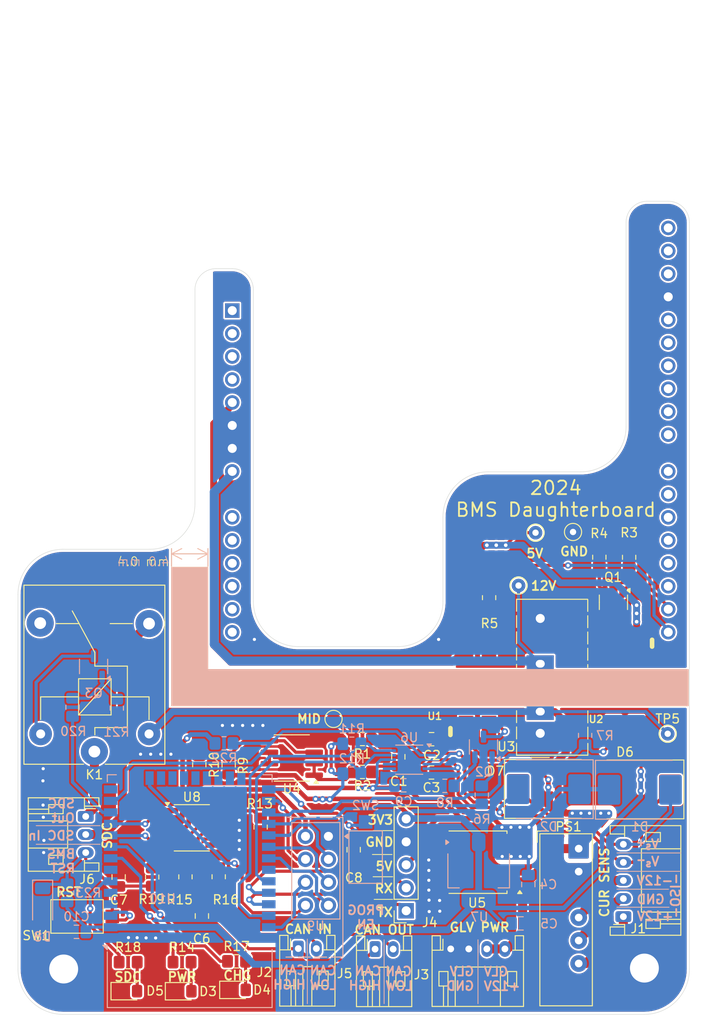
<source format=kicad_pcb>
(kicad_pcb (version 20240108) (generator "pcbnew") (generator_version "8.0")
  (layers (0 "F.Cu" signal) (31 "B.Cu" signal) (34 "B.Paste" user) (35 "F.Paste" user) (36 "B.SilkS" user "B.Silkscreen") (37 "F.SilkS" user "F.Silkscreen") (38 "B.Mask" user) (39 "F.Mask" user) (44 "Edge.Cuts" user))
  (net 0 "")
  (net 4 "/LIND_UART_TX")
  (net 7 "+5VA")
  (net 9 "+12VA")
  (net 14 "/LIND_UART_RX")
  (net 20 "GNDS")
  (net 31 "/SensOut+")
  (net 32 "/SensOut-")
  (net 33 "GND")
  (net 34 "+5V")
  (net 35 "+3V3")
  (net 36 "Net-(C6-Pad2)")
  (net 37 "/BMS_RST")
  (net 38 "/PROG_EN")
  (net 39 "Net-(D3-A)")
  (net 40 "Net-(D4-A)")
  (net 41 "Net-(D5-A)")
  (net 42 "-12V")
  (net 43 "/Iso-GND")
  (net 44 "+12V")
  (net 45 "/CAN_HIGH")
  (net 46 "/CAN_LOW")
  (net 47 "/PROG_RXD")
  (net 48 "/PROG_TXD")
  (net 49 "/SDC_OUT")
  (net 50 "/SDC_IN")
  (net 52 "Net-(Q3-D)")
  (net 53 "/GLV+")
  (net 54 "Net-(Q1-G)")
  (net 55 "Net-(Q1-S)")
  (net 56 "Net-(Q1-D)")
  (net 57 "Net-(Q2-S)")
  (net 58 "Net-(Q2-G)")
  (net 59 "Net-(Q2-D)")
  (net 60 "Net-(Q3-G)")
  (net 61 "/mid")
  (net 62 "/ESP_UART_TX")
  (net 63 "/ESP_UART_RX")
  (net 64 "Net-(U4A-+)")
  (net 65 "/curSCL")
  (net 66 "/curSDA")
  (net 67 "Net-(U8-Rs)")
  (net 68 "/PWR_LED")
  (net 69 "/CHARGE_LED")
  (net 70 "/SDC_LED")
  (net 71 "/SDC_CTRL")
  (net 72 "Net-(U4B--)")
  (net 74 "/ADC_RDY")
  (net 76 "/ESP_CAN_RX")
  (net 78 "/ESP_CAN_TX")
  (net 79 "/RF_CSN")
  (net 80 "/RF_MOSI")
  (net 81 "/RF_CE")
  (net 82 "/RF_IRQ")
  (net 83 "/RF_SCK")
  (net 84 "/RF_MISO")
  (footprint "Resistor_SMD:R_0805_2012Metric_Pad1.20x1.40mm_HandSolder" (layer "F.Cu") (at 124.47 135.04 90)
    (property "Reference" "R16")
    (property "Value" "60")
  )
  (footprint "Package_SO:SOIC-8_3.9x4.9mm_P1.27mm" (layer "F.Cu") (at 132.56 121.91 180)
    (property "Reference" "U4")
    (property "Value" "LM358")
  )
  (footprint "Capacitor_SMD:C_0805_2012Metric_Pad1.18x1.45mm_HandSolder" (layer "F.Cu") (at 148.03 119.83)
    (property "Reference" "C2")
    (property "Value" "100n")
  )
  (footprint "Connector_JST:JST_PH_S2B-PH-K_1x02_P2.00mm_Horizontal" (layer "F.Cu") (at 141.78 143.04)
    (property "Reference" "J5")
    (property "Value" "CAN_OUT")
  )
  (footprint "Connector_JST:JST_PH_S2B-PH-K_1x02_P2.00mm_Horizontal" (layer "F.Cu") (at 133.28 142.98)
    (property "Reference" "J2")
    (property "Value" "CAN_IN")
  )
  (footprint "Diode_SMD:D_SMC" (layer "F.Cu") (at 171.05 125.38 180)
    (property "Reference" "D6")
    (property "Value" "SS34")
  )
  (footprint "MountingHole:MountingHole_3.2mm_M3_DIN965_Pad" (layer "F.Cu") (at 171.59 145.14)
    (property "Reference" "H1" (hide yes))
    (property "Value" "MountingHole_Pad")
  )
  (footprint "Connector_JST:JST_PH_S4B-PH-K_1x04_P2.00mm_Horizontal" (layer "F.Cu") (at 150.15 143.02)
    (property "Reference" "J3")
    (property "Value" "GLV_PWR")
  )
  (footprint "Relay_THT:Relay_SPDT_SANYOU_SRD_Series_Form_C" (layer "F.Cu") (at 110.71 121.2 90)
    (property "Reference" "K1")
    (property "Value" "SDC Relay")
  )
  (footprint "Capacitor_SMD:C_0805_2012Metric_Pad1.18x1.45mm_HandSolder" (layer "F.Cu") (at 148.02 123.51 180)
    (property "Reference" "C3")
    (property "Value" "100n")
  )
  (footprint "Resistor_SMD:R_0805_2012Metric_Pad1.20x1.40mm_HandSolder" (layer "F.Cu") (at 120.414 144.48)
    (property "Reference" "R14")
    (property "Value" "910")
  )
  (footprint "Diode_SMD:D_SMC" (layer "F.Cu") (at 161.01 125.33)
    (property "Reference" "D7")
    (property "Value" "SS34")
  )
  (footprint "BMS:Linduino" (layer "F.Cu") (at 172.198 72.44 -90)
    (property "Reference" "A1" (hide yes))
    (property "Value" "Linduino")
  )
  (footprint "Resistor_SMD:R_0805_2012Metric_Pad1.20x1.40mm_HandSolder" (layer "F.Cu") (at 122.32 122.66 -90)
    (property "Reference" "R10")
    (property "Value" "47k")
  )
  (footprint "Resistor_SMD:R_0805_2012Metric_Pad1.20x1.40mm_HandSolder" (layer "F.Cu") (at 126.446 144.39)
    (property "Reference" "R17")
    (property "Value" "910")
  )
  (footprint "Connector_PinSocket_2.54mm:PinSocket_1x05_P2.54mm_Vertical" (layer "F.Cu") (at 145.22 138.8 180)
    (property "Reference" "J4")
    (property "Value" "PROG")
  )
  (footprint "LED_SMD:LED_0805_2012Metric_Pad1.15x1.40mm_HandSolder" (layer "F.Cu") (at 120.4235 147.7)
    (property "Reference" "D3")
    (property "Value" "LED")
  )
  (footprint "TestPoint:TestPoint_THTPad_D1.5mm_Drill0.7mm" (layer "F.Cu") (at 159.54 97)
    (property "Reference" "TP8" (hide yes))
    (property "Value" "HV 5V")
  )
  (footprint "BMS:PC817" (layer "F.Cu") (at 153.12 114.11 90)
    (property "Reference" "U1")
    (property "Value" "PC817")
  )
  (footprint "Resistor_SMD:R_0805_2012Metric_Pad1.20x1.40mm_HandSolder" (layer "F.Cu") (at 166.6 99.711 90)
    (property "Reference" "R4")
    (property "Value" "910")
  )
  (footprint "BMS:PC817" (layer "F.Cu") (at 169.44 114.09 -90)
    (property "Reference" "U2")
    (property "Value" "PC817")
  )
  (footprint "Resistor_SMD:R_0805_2012Metric_Pad1.20x1.40mm_HandSolder" (layer "F.Cu") (at 169.9 99.721 -90)
    (property "Reference" "R3")
    (property "Value" "910")
  )
  (footprint "TestPoint:TestPoint_THTPad_D1.5mm_Drill0.7mm" (layer "F.Cu") (at 157.66 102.84)
    (property "Reference" "TP7" (hide yes))
    (property "Value" "HV 12V")
  )
  (footprint "Resistor_SMD:R_0805_2012Metric_Pad1.20x1.40mm_HandSolder" (layer "F.Cu") (at 154.4 104.181 90)
    (property "Reference" "R5")
    (property "Value" "910")
  )
  (footprint "Capacitor_SMD:C_0805_2012Metric_Pad1.18x1.45mm_HandSolder" (layer "F.Cu") (at 139.41 132.05 -90)
    (property "Reference" "C8")
    (property "Value" "100n")
  )
  (footprint "TestPoint:TestPoint_THTPad_D1.5mm_Drill0.7mm" (layer "F.Cu") (at 163.69 96.92)
    (property "Reference" "TP6" (hide yes))
    (property "Value" "GNDS")
  )
  (footprint "Capacitor_SMD:C_0805_2012Metric_Pad1.18x1.45mm_HandSolder" (layer "F.Cu") (at 113.396 135.07 90)
    (property "Reference" "C7")
    (property "Value" "1u")
  )
  (footprint "Converter_DCDC:Converter_DCDC_XP_POWER-IAxxxxS_THT" (layer "F.Cu") (at 164.3175 131.93)
    (property "Reference" "PS1")
    (property "Value" "MPA1212S")
  )
  (footprint "Connector_JST:JST_PH_S5B-PH-K_1x05_P2.00mm_Horizontal" (layer "F.Cu") (at 169.26 139.45 90)
    (property "Reference" "J1")
    (property "Value" "CurrentSensor")
  )
  (footprint "BMS:BSS138" (layer "F.Cu") (at 168.1625 104.6935 -90)
    (property "Reference" "Q1")
    (property "Value" "BSS138")
  )
  (footprint "Connector_JST:JST_PH_S3B-PH-K_1x03_P2.00mm_Horizontal" (layer "F.Cu") (at 109.75 128.37 -90)
    (property "Reference" "J6")
    (property "Value" "SDC")
  )
  (footprint "Package_SO:SOIC-8_3.9x4.9mm_P1.27mm" (layer "F.Cu") (at 121.496 129.63)
    (property "Reference" "U8")
    (property "Value" "SN65HVD230")
  )
  (footprint "TestPoint:TestPoint_Pad_D1.5mm" (layer "F.Cu") (at 137.18 117.59)
    (property "Reference" "TP2" (hide yes))
    (property "Value" "MID")
  )
  (footprint "Resistor_SMD:R_0805_2012Metric_Pad1.20x1.40mm_HandSolder" (layer "F.Cu") (at 114.446 144.48)
    (property "Reference" "R18")
    (property "Value" "910")
  )
  (footprint "Resistor_SMD:R_0805_2012Metric_Pad1.20x1.40mm_HandSolder" (layer "F.Cu") (at 129.11 129.55 90)
    (property "Reference" "R13")
    (property "Value" "10k")
  )
  (footprint "Capacitor_SMD:C_0805_2012Metric_Pad1.18x1.45mm_HandSolder" (layer "F.Cu") (at 144.35 121.78 -90)
    (property "Reference" "C1")
    (property "Value" "1u")
  )
  (footprint "BMS:Push Button" (layer "F.Cu") (at 108.79 139.43)
    (property "Reference" "SW1")
    (property "Value" "Reset")
  )
  (footprint "LED_SMD:LED_0805_2012Metric_Pad1.15x1.40mm_HandSolder" (layer "F.Cu") (at 114.4085 147.69)
    (property "Reference" "D5")
    (property "Value" "LED")
  )
  (footprint "Capacitor_SMD:C_0805_2012Metric_Pad1.18x1.45mm_HandSolder" (layer "F.Cu") (at 122.61 139.38 90)
    (property "Reference" "C6")
    (property "Value" "4.7nF")
  )
  (footprint "Resistor_SMD:R_0805_2012Metric_Pad1.20x1.40mm_HandSolder" (layer "F.Cu") (at 120.788667 135.05 -90)
    (property "Reference" "R15")
    (property "Value" "60")
  )
  (footprint "Resistor_SMD:R_0805_2012Metric_Pad1.20x1.40mm_HandSolder" (layer "F.Cu") (at 140.38 123.45)
    (property "Reference" "R2")
    (property "Value" "4.7k")
  )
  (footprint "Resistor_SMD:R_0805_2012Metric_Pad1.20x1.40mm_HandSolder" (layer "F.Cu") (at 140.38 119.81 180)
    (property "Reference" "R1")
    (property "Value" "4.7k")
  )
  (footprint "Resistor_SMD:R_0805_2012Metric_Pad1.20x1.40mm_HandSolder" (layer "F.Cu") (at 117.107334 135.07 -90)
    (property "Reference" "R19")
    (property "Value" "470")
  )
  (footprint "LED_SMD:LED_0805_2012Metric_Pad1.15x1.40mm_HandSolder" (layer "F.Cu") (at 126.4385 147.55)
    (property "Reference" "D4")
    (property "Value" "LED")
  )
  (footprint "Resistor_SMD:R_0805_2012Metric_Pad1.20x1.40mm_HandSolder" (layer "F.Cu") (at 125.574 122.692 90)
    (property "Reference" "R9")
    (property "Value" "47k")
  )
  (footprint "MountingHole:MountingHole_3.2mm_M3_DIN965_Pad" (layer "F.Cu") (at 107.31 145.24)
    (property "Reference" "H2" (hide yes))
    (property "Value" "MountingHole_Pad")
  )
  (footprint "TestPoint:TestPoint_THTPad_D1.5mm_Drill0.7mm" (layer "F.Cu") (at 174.17 119.23)
    (property "Reference" "TP5")
    (property "Value" "5V")
  )
  (footprint "BMS:DCDC B1212S" (layer "F.Cu") (at 160.06 119.18 90)
    (property "Reference" "U3")
    (property "Value" "B1212S")
  )
  (footprint "Package_TO_SOT_SMD:TO-252-2" (layer "F.Cu") (at 153.07 133.43 180)
    (property "Reference" "U5")
    (property "Value" "L7805")
  )
  (footprint "Capacitor_SMD:C_0805_2012Metric_Pad1.18x1.45mm_HandSolder" (layer "B.Cu") (at 144.95 124.93)
    (property "Reference" "C9")
    (property "Value" "100n")
  )
  (footprint "Resistor_SMD:R_0805_2012Metric_Pad1.20x1.40mm_HandSolder" (layer "B.Cu") (at 107.69 136.82 90)
    (property "Reference" "R23")
    (property "Value" "10k")
  )
  (footprint "Resistor_SMD:R_0805_2012Metric_Pad1.20x1.40mm_HandSolder" (layer "B.Cu") (at 165.03 119.41 90)
    (property "Reference" "R7")
    (property "Value" "2.2k")
  )
  (footprint "BMS:ESP32-WROOM-32" (layer "B.Cu") (at 121.26 133.6425)
    (property "Reference" "U10")
    (property "Value" "ESP32-WROOM-32")
  )
  (footprint "Resistor_SMD:R_0805_2012Metric_Pad1.20x1.40mm_HandSolder" (layer "B.Cu") (at 125.06 120.29 180)
    (property "Reference" "R22")
    (property "Value" "10k")
  )
  (footprint "Package_SO:VSSOP-10_3x3mm_P0.5mm" (layer "B.Cu") (at 145.56 122.096 180)
    (property "Reference" "U6")
    (property "Value" "ADS1115IDGS")
  )
  (footprint "Resistor_SMD:R_0805_2012Metric_Pad1.20x1.40mm_HandSolder" (layer "B.Cu") (at 108.29 116.3 90)
    (property "Reference" "R20")
    (property "Value" "910")
  )
  (footprint "Diode_SMD:D_MiniMELF" (layer "B.Cu") (at 104.98 138.07 -90)
    (property "Reference" "D8")
    (property "Value" "ZMM5226B/D2")
  )
  (footprint "Resistor_SMD:R_0805_2012Metric_Pad1.20x1.40mm_HandSolder" (layer "B.Cu") (at 153.59 125.99 -90)
    (property "Reference" "R6")
    (property "Value" "910")
  )
  (footprint "BMS:nRF24L01_Breakout" (layer "B.Cu") (at 136.616 130.5725 180)
    (property "Reference" "U9")
    (property "Value" "NRF24L01")
  )
  (footprint "BMS:BSS138" (layer "B.Cu") (at 153.78 120.69 90)
    (property "Reference" "Q2")
    (property "Value" "BSS138")
  )
  (footprint "Package_TO_SOT_SMD:SOT-223-3_TabPin2" (layer "B.Cu") (at 153.2475 134.36 -90)
    (property "Reference" "U7")
    (property "Value" "AMS1117")
  )
  (footprint "Resistor_SMD:R_0805_2012Metric_Pad1.20x1.40mm_HandSolder" (layer "B.Cu") (at 149.5 124.99 180)
    (property "Reference" "R8")
    (property "Value" "910")
  )
  (footprint "Diode_SMD:D_SMC" (layer "B.Cu") (at 161.01 125.36 180)
    (property "Reference" "D2")
    (property "Value" "SS34")
  )
  (footprint "Capacitor_SMD:C_0805_2012Metric_Pad1.18x1.45mm_HandSolder" (layer "B.Cu") (at 108.73 141.13 180)
    (property "Reference" "C10")
    (property "Value" "100n")
  )
  (footprint "Capacitor_SMD:C_0805_2012Metric_Pad1.18x1.45mm_HandSolder" (layer "B.Cu") (at 157.92 140.2)
    (property "Reference" "C5")
    (property "Value" "1u")
  )
  (footprint "Resistor_SMD:R_0805_2012Metric_Pad1.20x1.40mm_HandSolder" (layer "B.Cu") (at 139.21 120.334 180)
    (property "Reference" "R11")
    (property "Value" "2.2k")
  )
  (footprint "Resistor_SMD:R_0805_2012Metric_Pad1.20x1.40mm_HandSolder" (layer "B.Cu") (at 113.19 116.4 90)
    (property "Reference" "R21")
    (property "Value" "220k")
  )
  (footprint "Resistor_SMD:R_0805_2012Metric_Pad1.20x1.40mm_HandSolder" (layer "B.Cu") (at 139.21 123.636 180)
    (property "Reference" "R12")
    (property "Value" "2.2k")
  )
  (footprint "BMS:BSS138" (layer "B.Cu") (at 110.62 111.79 90)
    (property "Reference" "Q3")
    (property "Value" "BSS138")
  )
  (footprint "BMS:Push Button" (layer "B.Cu") (at 140.734 132.87 90)
    (property "Reference" "SW2")
    (property "Value" "Prog")
  )
  (footprint "Diode_SMD:D_SMC" (layer "B.Cu") (at 171.08 125.42)
    (property "Reference" "D1")
    (property "Value" "SS34")
  )
  (footprint "Capacitor_SMD:C_0805_2012Metric_Pad1.18x1.45mm_HandSolder" (layer "B.Cu") (at 158.74 135.89 -90)
    (property "Reference" "C4")
    (property "Value" "1u")
  )
  (gr_line (start 111.33 131.45) (end 104.27 131.45) (stroke (width 0.1)) (layer "B.SilkS"))
  (gr_line (start 134.28 144.05) (end 134.28 149.07) (stroke (width 0.1)) (layer "B.SilkS"))
  (gr_line (start 153.17 142.01) (end 153.17 149.07) (stroke (width 0.1)) (layer "B.SilkS"))
  (gr_rect (start 123.34 112.13) (end 176.44 116.13) (stroke (width 0.1)) (fill solid) (layer "B.SilkS"))
  (gr_line (start 168.55 136.42) (end 174.26 136.42) (stroke (width 0.1)) (layer "B.SilkS"))
  (gr_line (start 168.55 138.41) (end 174.32 138.41) (stroke (width 0.1)) (layer "B.SilkS"))
  (gr_line (start 168.55 134.44) (end 175.61 134.44) (stroke (width 0.1)) (layer "B.SilkS"))
  (gr_line (start 142.78 142.01) (end 142.78 149.07) (stroke (width 0.1)) (layer "B.SilkS"))
  (gr_rect (start 119.26 100.83) (end 123.26 116.13) (stroke (width 0.1)) (fill solid) (layer "B.SilkS"))
  (gr_line (start 134.28 143.8) (end 134.28 141.94) (stroke (width 0.1)) (layer "B.SilkS"))
  (gr_line (start 168.55 132.41) (end 175.61 132.41) (stroke (width 0.1)) (layer "B.SilkS"))
  (gr_line (start 111.33 129.39) (end 104.27 129.39) (stroke (width 0.1)) (layer "B.SilkS"))
  (gr_line (start 141.68 137.54) (end 143.73 137.54) (stroke (width 0.1)) (layer "F.SilkS"))
  (gr_line (start 141.565 129.94) (end 143.735 129.94) (stroke (width 0.1)) (layer "F.SilkS"))
  (gr_rect (start 123.346 112.131) (end 176.446 116.131) (stroke (width 0.1)) (fill solid) (layer "F.SilkS"))
  (gr_line (start 141.56 135.04) (end 143.73 135.04) (stroke (width 0.1)) (layer "F.SilkS"))
  (gr_line (start 141.485 132.58) (end 143.655 132.58) (stroke (width 0.1)) (layer "F.SilkS"))
  (gr_rect (start 119.26 100.831) (end 123.26 116.131) (stroke (width 0.1)) (fill solid) (layer "F.SilkS"))
  (gr_arc (start 133.310021 109.591) (mid 129.774474 108.126541) (end 128.310021 104.591) (stroke (width 0.05)) (layer "Edge.Cuts"))
  (gr_arc (start 174.23 60.35) (mid 175.884645 61.035376) (end 176.570021 62.690021) (stroke (width 0.05)) (layer "Edge.Cuts"))
  (gr_line (start 102.25 145.26) (end 102.25 103.83) (stroke (width 0.05)) (layer "Edge.Cuts"))
  (gr_line (start 149.29 104.591) (end 149.29 95.27) (stroke (width 0.05)) (layer "Edge.Cuts"))
  (gr_arc (start 121.839979 93.83) (mid 120.375512 97.365526) (end 116.839979 98.83) (stroke (width 0.05)) (layer "Edge.Cuts"))
  (gr_line (start 176.57 145.26) (end 176.57 62.69) (stroke (width 0.05)) (layer "Edge.Cuts"))
  (gr_arc (start 169.56 62.690021) (mid 170.245376 61.035377) (end 171.900021 60.35) (stroke (width 0.05)) (layer "Edge.Cuts"))
  (gr_line (start 154.29 90.27) (end 164.56 90.27) (stroke (width 0.05)) (layer "Edge.Cuts"))
  (gr_line (start 107.25 150.26) (end 171.57 150.26) (stroke (width 0.05)) (layer "Edge.Cuts"))
  (gr_line (start 125.96 67.799979) (end 124.19 67.799979) (stroke (width 0.05)) (layer "Edge.Cuts"))
  (gr_arc (start 149.29 104.591) (mid 147.825534 108.126534) (end 144.29 109.591) (stroke (width 0.05)) (layer "Edge.Cuts"))
  (gr_line (start 107.25 98.83) (end 116.839979 98.83) (stroke (width 0.05)) (layer "Edge.Cuts"))
  (gr_arc (start 107.25 150.26) (mid 103.714466 148.795534) (end 102.25 145.26) (stroke (width 0.05)) (layer "Edge.Cuts"))
  (gr_line (start 121.839979 93.83) (end 121.839979 70.15) (stroke (width 0.05)) (layer "Edge.Cuts"))
  (gr_arc (start 176.57 145.26) (mid 175.105534 148.795534) (end 171.57 150.26) (stroke (width 0.05)) (layer "Edge.Cuts"))
  (gr_line (start 174.23 60.35) (end 171.900021 60.35) (stroke (width 0.05)) (layer "Edge.Cuts"))
  (gr_line (start 128.310021 70.15) (end 128.310021 104.59) (stroke (width 0.05)) (layer "Edge.Cuts"))
  (gr_arc (start 102.25 103.83) (mid 103.714466 100.294466) (end 107.25 98.83) (stroke (width 0.05)) (layer "Edge.Cuts"))
  (gr_line (start 144.29 109.591) (end 133.310021 109.591) (stroke (width 0.05)) (layer "Edge.Cuts"))
  (gr_arc (start 149.29 95.27) (mid 150.754466 91.734466) (end 154.29 90.27) (stroke (width 0.05)) (layer "Edge.Cuts"))
  (gr_arc (start 121.839979 70.15) (mid 122.528284 68.488284) (end 124.19 67.799979) (stroke (width 0.05)) (layer "Edge.Cuts"))
  (gr_arc (start 125.96 67.799979) (mid 127.621716 68.488284) (end 128.310021 70.15) (stroke (width 0.05)) (layer "Edge.Cuts"))
  (gr_arc (start 169.56 85.269) (mid 168.095533 88.804526) (end 164.56 90.269) (stroke (width 0.05)) (layer "Edge.Cuts"))
  (gr_line (start 169.56 85.269) (end 169.56 62.690021) (stroke (width 0.05)) (layer "Edge.Cuts"))
  (gr_text "GLV\nGND" (at 152.85 147.7 0) (layer "B.SilkS") (effects (font (size 1 1) (thickness 0.2) (bold yes)) (justify left bottom mirror)))
  (gr_text "PROG\nEN" (at 140.76 140.93 0) (layer "B.SilkS") (effects (font (size 1 1) (thickness 0.2) (bold yes)) (justify bottom mirror)))
  (gr_text "-ISO-" (at 175.63 139.74 90) (layer "B.SilkS") (effects (font (size 1 1) (thickness 0.2) (bold yes)) (justify right bottom mirror)))
  (gr_text "V_{s}^{+}" (at 170.58 132.01 0) (layer "B.SilkS") (effects (font (size 1 1) (thickness 0.2) (bold yes)) (justify right bottom mirror)))
  (gr_text "GLV\n+12V" (at 153.7 147.72 0) (layer "B.SilkS") (effects (font (size 1 1) (thickness 0.2) (bold yes)) (justify right bottom mirror)))
  (gr_text "GND" (at 170.63 138.13 0) (layer "B.SilkS") (effects (font (size 1 1) (thickness 0.2) (bold yes)) (justify right bottom mirror)))
  (gr_text "CAN\nLOW" (at 134.44 147.61 0) (layer "B.SilkS") (effects (font (size 1 1) (thickness 0.2) (bold yes)) (justify right bottom mirror)))
  (gr_text "CAN\nLOW" (at 142.8 147.7 0) (layer "B.SilkS") (effects (font (size 1 1) (thickness 0.2) (bold yes)) (justify right bottom mirror)))
  (gr_text "SDC\nOut" (at 108.66 129.14 0) (layer "B.SilkS") (effects (font (size 1 1) (thickness 0.2) (bold yes)) (justify left bottom mirror)))
  (gr_text "+12V" (at 170.66 140 0) (layer "B.SilkS") (effects (font (size 1 1) (thickness 0.2) (bold yes)) (justify right bottom mirror)))
  (gr_text "CAN\nHIGH" (at 134.22 147.56 0) (layer "B.SilkS") (effects (font (size 1 1) (thickness 0.2) (bold yes)) (justify left bottom mirror)))
  (gr_text "-12V" (at 170.62 136.05 0) (layer "B.SilkS") (effects (font (size 1 1) (thickness 0.2) (bold yes)) (justify right bottom mirror)))
  (gr_text "SDC In" (at 108.61 131.09 0) (layer "B.SilkS") (effects (font (size 1 1) (thickness 0.2) (bold yes)) (justify left bottom mirror)))
  (gr_text "BMS\nRST" (at 108.7 134.71 0) (layer "B.SilkS") (effects (font (size 1 1) (thickness 0.2) (bold yes)) (justify left bottom mirror)))
  (gr_text "V_{s}^{-}" (at 170.59 133.94 0) (layer "B.SilkS") (effects (font (size 1 1) (thickness 0.2) (bold yes)) (justify right bottom mirror)))
  (gr_text "CAN\nHIGH" (at 142.58 147.65 0) (layer "B.SilkS") (effects (font (size 1 1) (thickness 0.2) (bold yes)) (justify left bottom mirror)))
  (gr_text "CHG" (at 126.54 146.54 0) (layer "F.SilkS") (effects (font (size 1 1) (thickness 0.2) (bold yes)) (justify bottom)))
  (gr_text "5V" (at 143.81 134.47 0) (layer "F.SilkS") (effects (font (size 1 1) (thickness 0.2) (bold yes)) (justify right bottom)))
  (gr_text "GLV PWR" (at 149.92 141.22 0) (layer "F.SilkS") (effects (font (size 1 1) (thickness 0.2)) (justify left bottom)))
  (gr_text "12V" (at 158.93 103.46 0) (layer "F.SilkS") (effects (font (size 1 1) (thickness 0.2) (bold yes)) (justify left bottom)))
  (gr_text "RST" (at 107.85 137.32 0) (layer "F.SilkS") (effects (font (size 1 1) (thickness 0.2) (bold yes)) (justify bottom)))
  (gr_text "MID" (at 133.03 118.18 0) (layer "F.SilkS") (effects (font (size 1 1) (thickness 0.2) (bold yes)) (justify left bottom)))
  (gr_text "CAN IN" (at 131.68 141.42 0) (layer "F.SilkS") (effects (font (size 1 1) (thickness 0.2)) (justify left bottom)))
  (gr_text "CUR SENS" (at 167.75 139.63 90) (layer "F.SilkS") (effects (font (size 1 1) (thickness 0.2)) (justify left bottom)))
  (gr_text "GND" (at 143.91 131.79 0) (layer "F.SilkS") (effects (font (size 1 1) (thickness 0.2) (bold yes)) (justify right bottom)))
  (gr_text "5V" (at 158.43 99.88 0) (layer "F.SilkS") (effects (font (size 1 1) (thickness 0.2) (bold yes)) (justify left bottom)))
  (gr_text "SDC" (at 112.72 132.08 90) (layer "F.SilkS") (effects (font (size 1 1) (thickness 0.2)) (justify left bottom)))
  (gr_text "GND" (at 162.16 99.66 0) (layer "F.SilkS") (effects (font (size 1 1) (thickness 0.2) (bold yes)) (justify left bottom)))
  (gr_text "2024\nBMS Daughterboard" (at 161.78 95.34 0) (layer "F.SilkS") (effects (font (size 1.5 1.5) (thickness 0.2) (bold yes)) (justify bottom)))
  (gr_text "PWR" (at 120.41 146.7 0) (layer "F.SilkS") (effects (font (size 1 1) (thickness 0.2) (bold yes)) (justify bottom)))
  (gr_text "3V3" (at 143.89 129.34 0) (layer "F.SilkS") (effects (font (size 1 1) (thickness 0.2) (bold yes)) (justify right bottom)))
  (gr_text "RX" (at 143.85 136.92 0) (layer "F.SilkS") (effects (font (size 1 1) (thickness 0.2) (bold yes)) (justify right bottom)))
  (gr_text "SDC" (at 114.43 146.7 0) (layer "F.SilkS") (effects (font (size 1 1) (thickness 0.2) (bold yes)) (justify bottom)))
  (gr_text "CAN OUT" (at 139.4 141.48 0) (layer "F.SilkS") (effects (font (size 1 1) (thickness 0.2)) (justify left bottom)))
  (gr_text "TX" (at 143.85 139.55 0) (layer "F.SilkS") (effects (font (size 1 1) (thickness 0.2) (bold yes)) (justify right bottom)))
  (dimension (type aligned) (layer "B.SilkS") (pts (xy 119.25 101.211) (xy 123.28 101.211)) (height -1.871) (gr_text "4.0 mm" (at 116.12 100.2 0) (layer "B.SilkS") (effects (font (size 1 1) (thickness 0.1)) (justify mirror))) (format (prefix "") (suffix "") (units 3) (units_format 1) (precision 1)) (style (thickness 0.1) (arrow_length 1.27) (text_position_mode 2) (extension_height 0.58642) (extension_offset 0.5) keep_text_aligned))
  (dimension (type aligned) (layer "F.SilkS") (pts (xy 119.25 101.211) (xy 123.28 101.211)) (height -1.871) (gr_text "4.0 mm" (at 116.12 100.2 0) (layer "F.SilkS") (effects (font (size 1 1) (thickness 0.1)))) (format (prefix "") (suffix "") (units 3) (units_format 1) (precision 1)) (style (thickness 0.1) (arrow_length 1.27) (text_position_mode 2) (extension_height 0.58642) (extension_offset 0.5) keep_text_aligned))
  (segment (start 169.9 98.721) (end 170.45 98.721) (width 0.35) (layer "F.Cu") (net 4))
  (segment (start 172.2 103.144) (end 174.516 105.46) (width 0.35) (layer "F.Cu") (net 4))
  (segment (start 172.2 100.471) (end 172.2 103.144) (width 0.35) (layer "F.Cu") (net 4))
  (segment (start 170.45 98.721) (end 172.2 100.471) (width 0.35) (layer "F.Cu") (net 4))
  (segment (start 170.73 109.82) (end 170.73 105.021) (width 0.75) (layer "F.Cu") (net 7))
  (segment (start 157.621 97) (end 156.24 98.381) (width 0.35) (layer "F.Cu") (net 7))
  (segment (start 170.71 109.84) (end 170.73 109.82) (width 0.75) (layer "F.Cu") (net 7))
  (segment (start 153.849 98.381) (end 151.73 100.5) (width 0.75) (layer "F.Cu") (net 7))
  (segment (start 126.256 82.6) (end 123.91 84.946) (width 0.75) (layer "F.Cu") (net 7))
  (segment (start 123.91 84.946) (end 123.91 109.451) (width 0.75) (layer "F.Cu") (net 7))
  (segment (start 125.789 111.33) (end 150.321 111.33) (width 0.75) (layer "F.Cu") (net 7))
  (segment (start 123.91 109.451) (end 125.789 111.33) (width 0.75) (layer "F.Cu") (net 7))
  (segment (start 151.791 109.86) (end 151.85 109.86) (width 0.75) (layer "F.Cu") (net 7))
  (segment (start 150.321 111.33) (end 151.791 109.86) (width 0.75) (layer "F.Cu") (net 7))
  (segment (start 159.54 97) (end 157.621 97) (width 0.35) (layer "F.Cu") (net 7))
  (segment (start 151.73 100.5) (end 151.73 109.74) (width 0.75) (layer "F.Cu") (net 7))
  (segment (start 151.73 109.74) (end 151.85 109.86) (width 0.75) (layer "F.Cu") (net 7))
  (segment (start 170.73 105.021) (end 170.7 105.001) (width 0.75) (layer "F.Cu") (net 7))
  (segment (start 156.21 98.381) (end 153.849 98.381) (width 0.75) (layer "F.Cu") (net 7))
  (segment (start 170.7 105.001) (end 170.71 104.991) (width 0.75) (layer "F.Cu") (net 7))
  (via (at 170.73 105.921) (size 0.8) (drill 0.4) (layers "F.Cu" "B.Cu") (net 7))
  (via (at 170.73 105.021) (size 0.8) (drill 0.4) (layers "F.Cu" "B.Cu") (net 7))
  (via (at 156.24 98.381) (size 0.8) (drill 0.4) (layers "F.Cu" "B.Cu") (net 7))
  (via (at 155.19 98.381) (size 0.8) (drill 0.4) (layers "F.Cu" "B.Cu") (net 7))
  (via (at 170.73 106.841) (size 0.8) (drill 0.4) (layers "F.Cu" "B.Cu") (net 7))
  (via (at 154.15 98.381) (size 0.8) (drill 0.4) (layers "F.Cu" "B.Cu") (net 7))
  (segment (start 168.38 102.541) (end 162.271 102.541) (width 0.75) (layer "B.Cu") (net 7))
  (segment (start 170.73 105.021) (end 170.73 104.891) (width 0.75) (layer "B.Cu") (net 7))
  (segment (start 162.271 102.541) (end 158.111 98.381) (width 0.75) (layer "B.Cu") (net 7))
  (segment (start 158.111 98.381) (end 154.15 98.381) (width 0.75) (layer "B.Cu") (net 7))
  (segment (start 170.73 104.891) (end 168.38 102.541) (width 0.75) (layer "B.Cu") (net 7))
  (segment (start 170.73 106.581) (end 170.73 105.021) (width 0.75) (layer "B.Cu") (net 7))
  (segment (start 157.66 109.09) (end 160.06 111.49) (width 0.35) (layer "B.Cu") (net 9))
  (segment (start 126.256 90.22) (end 123.98 92.496) (width 1) (layer "B.Cu") (net 9))
  (segment (start 123.98 109.331) (end 125.839 111.19) (width 1) (layer "B.Cu") (net 9))
  (segment (start 125.839 111.19) (end 159.76 111.19) (width 1) (layer "B.Cu") (net 9))
  (segment (start 159.76 111.19) (end 160.06 111.49) (width 1) (layer "B.Cu") (net 9))
  (segment (start 157.66 102.84) (end 157.66 109.09) (width 0.35) (layer "B.Cu") (net 9))
  (segment (start 123.98 92.496) (end 123.98 109.331) (width 1) (layer "B.Cu") (net 9))
  (segment (start 163.15 100.611) (end 163.14 100.621) (width 0.35) (layer "F.Cu") (net 14))
  (segment (start 154.39 109.86) (end 154.42 109.83) (width 0.35) (layer "F.Cu") (net 14))
  (segment (start 152.95 101.851) (end 152.95 104.581) (width 0.35) (layer "F.Cu") (net 14))
  (segment (start 153.55 105.181) (end 154.4 105.181) (width 0.35) (layer "F.Cu") (net 14))
  (segment (start 154.42 105.201) (end 154.4 105.181) (width 0.35) (layer "F.Cu") (net 14))
  (segment (start 163.13 100.611) (end 154.19 100.611) (width 0.35) (layer "F.Cu") (net 14))
  (segment (start 163.14 100.621) (end 163.13 100.611) (width 0.35) (layer "F.Cu") (net 14))
  (segment (start 152.95 104.581) (end 153.55 105.181) (width 0.35) (layer "F.Cu") (net 14))
  (segment (start 154.42 109.83) (end 154.42 105.201) (width 0.35) (layer "F.Cu") (net 14))
  (segment (start 154.19 100.611) (end 152.95 101.851) (width 0.35) (layer "F.Cu") (net 14))
  (via (at 163.14 100.621) (size 0.7) (drill 0.35) (layers "F.Cu" "B.Cu") (net 14))
  (segment (start 163.14 100.621) (end 163.15 100.611) (width 0.35) (layer "B.Cu") (net 14))
  (segment (start 170.49 100.611) (end 172.66 102.781) (width 0.35) (layer "B.Cu") (net 14))
  (segment (start 172.66 106.144) (end 174.516 108) (width 0.35) (layer "B.Cu") (net 14))
  (segment (start 163.15 100.611) (end 170.49 100.611) (width 0.35) (layer "B.Cu") (net 14))
  (segment (start 172.66 102.781) (end 172.66 106.144) (width 0.35) (layer "B.Cu") (net 14))
  (via (at 148.81 108.8) (size 0.7) (drill 0.35) (layers "F.Cu" "B.Cu") (net 20))
  (via (at 128.42 108.8) (size 0.7) (drill 0.35) (layers "F.Cu" "B.Cu") (net 20))
  (segment (start 159.91 127.63) (end 157.61 125.33) (width 0.35) (layer "F.Cu") (net 31))
  (segment (start 151.72 122.01) (end 151.1 121.39) (width 0.35) (layer "F.Cu") (net 31))
  (segment (start 160.354266 127.63) (end 159.91 127.63) (width 0.35) (layer "F.Cu") (net 31))
  (segment (start 144.35 120.7425) (end 142.3125 120.7425) (width 0.35) (layer "F.Cu") (net 31))
  (segment (start 146.9925 120.76125) (end 146.9925 119.83) (width 0.35) (layer "F.Cu") (net 31))
  (segment (start 160.354266 127.63) (end 156.5 127.63) (width 0.35) (layer "F.Cu") (net 31))
  (segment (start 151.1 121.39) (end 147.62125 121.39) (width 0.35) (layer "F.Cu") (net 31))
  (segment (start 142.3125 120.7425) (end 141.38 119.81) (width 0.35) (layer "F.Cu") (net 31))
  (segment (start 165.668529 129.43) (end 162.154266 129.43) (width 0.35) (layer "F.Cu") (net 31))
  (segment (start 147.62125 121.39) (end 146.9925 120.76125) (width 0.35) (layer "F.Cu") (net 31))
  (segment (start 162.154266 129.43) (end 160.354266 127.63) (width 0.35) (layer "F.Cu") (net 31))
  (segment (start 151.72 125.831021) (end 151.72 122.01) (width 0.35) (layer "F.Cu") (net 31))
  (segment (start 167.688529 131.45) (end 165.668529 129.43) (width 0.35) (layer "F.Cu") (net 31))
  (segment (start 155.66 126.79) (end 152.678979 126.79) (width 0.35) (layer "F.Cu") (net 31))
  (segment (start 144.35 120.7425) (end 146.08 120.7425) (width 0.35) (layer "F.Cu") (net 31))
  (segment (start 152.678979 126.79) (end 151.72 125.831021) (width 0.35) (layer "F.Cu") (net 31))
  (segment (start 146.08 120.7425) (end 146.9925 119.83) (width 0.35) (layer "F.Cu") (net 31))
  (segment (start 169.26 131.45) (end 167.688529 131.45) (width 0.35) (layer "F.Cu") (net 31))
  (segment (start 156.5 127.63) (end 155.66 126.79) (width 0.35) (layer "F.Cu") (net 31))
  (via (at 151.08 121.43) (size 0.7) (drill 0.35) (layers "F.Cu" "B.Cu") (net 31))
  (segment (start 148.944 122.596) (end 150.11 121.43) (width 0.3) (layer "B.Cu") (net 31))
  (segment (start 170.9 131.45) (end 169.26 131.45) (width 0.35) (layer "B.Cu") (net 31))
  (segment (start 174.48 127.87) (end 170.9 131.45) (width 0.35) (layer "B.Cu") (net 31))
  (segment (start 150.11 121.43) (end 151.08 121.43) (width 0.3) (layer "B.Cu") (net 31))
  (segment (start 174.48 125.42) (end 174.48 127.87) (width 0.35) (layer "B.Cu") (net 31))
  (segment (start 147.71 122.596) (end 148.944 122.596) (width 0.3) (layer "B.Cu") (net 31))
  (segment (start 171.27 128.56) (end 171.27 132.44) (width 0.35) (layer "F.Cu") (net 32))
  (segment (start 150.98 125.939553) (end 152.430447 127.39) (width 0.35) (layer "F.Cu") (net 32))
  (segment (start 142.0125 122.8175) (end 141.38 123.45) (width 0.35) (layer "F.Cu") (net 32))
  (segment (start 155.565734 127.91) (end 155.59 127.91) (width 0.35) (layer "F.Cu") (net 32))
  (segment (start 171.27 132.44) (end 170.26 133.45) (width 0.35) (layer "F.Cu") (net 32))
  (segment (start 170.26 133.45) (end 169.26 133.45) (width 0.35) (layer "F.Cu") (net 32))
  (segment (start 148.06 122.11) (end 150.09 122.11) (width 0.35) (layer "F.Cu") (net 32))
  (segment (start 150.98 123) (end 150.98 125.939553) (width 0.35) (layer "F.Cu") (net 32))
  (segment (start 155.59 127.91) (end 155.59 127.934266) (width 0.35) (layer "F.Cu") (net 32))
  (segment (start 155.955734 128.3) (end 160.175734 128.3) (width 0.35) (layer "F.Cu") (net 32))
  (segment (start 165.42 130.03) (end 168.84 133.45) (width 0.35) (layer "F.Cu") (net 32))
  (segment (start 155.045734 127.39) (end 155.565734 127.91) (width 0.35) (layer "F.Cu") (net 32))
  (segment (start 155.59 127.934266) (end 155.955734 128.3) (width 0.35) (layer "F.Cu") (net 32))
  (segment (start 160.175734 128.3) (end 161.905734 130.03) (width 0.35) (layer "F.Cu") (net 32))
  (segment (start 174.45 125.38) (end 171.27 128.56) (width 0.35) (layer "F.Cu") (net 32))
  (segment (start 161.905734 130.03) (end 165.42 130.03) (width 0.35) (layer "F.Cu") (net 32))
  (segment (start 144.35 122.8175) (end 146.29 122.8175) (width 0.35) (layer "F.Cu") (net 32))
  (segment (start 144.35 122.8175) (end 142.0125 122.8175) (width 0.35) (layer "F.Cu") (net 32))
  (segment (start 146.9825 123.1875) (end 148.06 122.11) (width 0.35) (layer "F.Cu") (net 32))
  (segment (start 152.430447 127.39) (end 155.045734 127.39) (width 0.35) (layer "F.Cu") (net 32))
  (segment (start 150.09 122.11) (end 150.98 123) (width 0.35) (layer "F.Cu") (net 32))
  (segment (start 168.84 133.45) (end 169.26 133.45) (width 0.35) (layer "F.Cu") (net 32))
  (segment (start 146.29 122.8175) (end 146.9825 123.51) (width 0.35) (layer "F.Cu") (net 32))
  (segment (start 146.9825 123.51) (end 146.9825 123.1875) (width 0.35) (layer "F.Cu") (net 32))
  (via (at 155.59 127.91) (size 0.7) (drill 0.35) (layers "F.Cu" "B.Cu") (net 32))
  (via (at 150.92 122.97) (size 0.7) (drill 0.35) (layers "F.Cu" "B.Cu") (net 32))
  (segment (start 150.794 123.096) (end 150.92 122.97) (width 0.3) (layer "B.Cu") (net 32))
  (segment (start 155.59 127.38) (end 157.61 125.36) (width 0.35) (layer "B.Cu") (net 32))
  (segment (start 155.59 127.91) (end 155.59 127.38) (width 0.35) (layer "B.Cu") (net 32))
  (segment (start 147.71 123.096) (end 150.794 123.096) (width 0.3) (layer "B.Cu") (net 32))
  (via (at 147.73 136.52) (size 0.7) (drill 0.35) (layers "F.Cu" "B.Cu") (net 33))
  (via (at 147.73 135.43) (size 0.7) (drill 0.35) (layers "F.Cu" "B.Cu") (net 33))
  (via (at 126.75 131.03) (size 0.7) (drill 0.35) (layers "F.Cu" "B.Cu") (net 33))
  (via (at 147.72 133.19) (size 0.7) (drill 0.35) (layers "F.Cu" "B.Cu") (net 33))
  (via (at 105.028 127.118) (size 0.7) (drill 0.35) (layers "F.Cu" "B.Cu") (net 33))
  (via (at 147.75 137.63) (size 0.7) (drill 0.35) (layers "F.Cu" "B.Cu") (net 33))
  (via (at 148.94 138.85) (size 0.7) (drill 0.35) (layers "F.Cu" "B.Cu") (net 33))
  (via (at 127.12 118.31) (size 0.7) (drill 0.35) (layers "F.Cu" "B.Cu") (net 33))
  (via (at 118.06 121.49) (size 0.7) (drill 0.35) (layers "F.Cu" "B.Cu") (net 33))
  (via (at 116.43 141.8) (size 0.7) (drill 0.35) (layers "F.Cu" "B.Cu") (net 33))
  (via (at 128.24 118.31) (size 0.7) (drill 0.35) (layers "F.Cu" "B.Cu") (net 33))
  (via (at 126.75 129.91) (size 0.7) (drill 0.35) (layers "F.Cu" "B.Cu") (net 33))
  (via (at 129.36 118.31) (size 0.7) (drill 0.35) (layers "F.Cu" "B.Cu") (net 33))
  (via (at 105.042 123.092) (size 0.7) (drill 0.35) (layers "F.Cu" "B.Cu") (net 33))
  (via (at 115.82 121.49) (size 0.7) (drill 0.35) (layers "F.Cu" "B.Cu") (net 33))
  (via (at 126 118.31) (size 0.7) (drill 0.35) (layers "F.Cu" "B.Cu") (net 33))
  (via (at 116.94 121.49) (size 0.7) (drill 0.35) (layers "F.Cu" "B.Cu") (net 33))
  (via (at 105.122 131.022) (size 0.7) (drill 0.35) (layers "F.Cu" "B.Cu") (net 33))
  (via (at 148.92 137.66) (size 0.7) (drill 0.35) (layers "F.Cu" "B.Cu") (net 33))
  (via (at 115.44 141.78) (size 0.7) (drill 0.35) (layers "F.Cu" "B.Cu") (net 33))
  (via (at 117.49 141.81) (size 0.7) (drill 0.35) (layers "F.Cu" "B.Cu") (net 33))
  (via (at 105.056 128.46) (size 0.7) (drill 0.35) (layers "F.Cu" "B.Cu") (net 33))
  (via (at 119.18 121.49) (size 0.7) (drill 0.35) (layers "F.Cu" "B.Cu") (net 33))
  (via (at 114.48 141.77) (size 0.7) (drill 0.35) (layers "F.Cu" "B.Cu") (net 33))
  (via (at 147.73 134.34) (size 0.7) (drill 0.35) (layers "F.Cu" "B.Cu") (net 33))
  (via (at 105.094 132.364) (size 0.7) (drill 0.35) (layers "F.Cu" "B.Cu") (net 33))
  (via (at 105.014 124.434) (size 0.7) (drill 0.35) (layers "F.Cu" "B.Cu") (net 33))
  (via (at 126.75 128.79) (size 0.7) (drill 0.35) (layers "F.Cu" "B.Cu") (net 33))
  (via (at 126.75 132.02) (size 0.7) (drill 0.35) (layers "F.Cu" "B.Cu") (net 33))
  (via (at 124.88 118.31) (size 0.7) (drill 0.35) (layers "F.Cu" "B.Cu") (net 33))
  (via (at 147.77 138.89) (size 0.7) (drill 0.35) (layers "F.Cu" "B.Cu") (net 33))
  (segment (start 160.96 125.15) (end 160.96 124.29) (width 0.5) (layer "F.Cu") (net 34))
  (segment (start 146.576 126.43) (end 149.116 126.43) (width 0.5) (layer "F.Cu") (net 34))
  (segment (start 158.82 129.57) (end 158.818921 129.569278) (width 0.5) (layer "F.Cu") (net 34))
  (segment (start 125.697 123.815) (end 125.574 123.692) (width 0.5) (layer "F.Cu") (net 34))
  (segment (start 151.85 118.36) (end 151.85 120) (width 0.35) (layer "F.Cu") (net 34))
  (segment (start 152.164 128.59) (end 148.68 128.59) (width 0.5) (layer "F.Cu") (net 34))
  (segment (start 147.42 129.85) (end 147.42 131.52) (width 0.5) (layer "F.Cu") (net 34))
  (segment (start 158.82 122.15) (end 160.96 124.29) (width 0.35) (layer "F.Cu") (net 34))
  (segment (start 155.938199 129.569278) (end 158.817477 129.569278) (width 0.5) (layer "F.Cu") (net 34))
  (segment (start 158.788199 129.539278) (end 158.818199 129.569278) (width 0.5) (layer "F.Cu") (net 34))
  (segment (start 145.366 125.22) (end 146.576 126.43) (width 0.5) (layer "F.Cu") (net 34))
  (segment (start 130.085 123.815) (end 125.697 123.815) (width 0.5) (layer "F.Cu") (net 34))
  (segment (start 147.42 131.52) (end 145.22 133.72) (width 0.5) (layer "F.Cu") (net 34))
  (segment (start 151.276 128.59) (end 152.164 128.59) (width 0.5) (layer "F.Cu") (net 34))
  (segment (start 151.85 120) (end 154 122.15) (width 0.35) (layer "F.Cu") (net 34))
  (segment (start 134.33 125.22) (end 145.366 125.22) (width 0.5) (layer "F.Cu") (net 34))
  (segment (start 154.87 128.59) (end 152.164 128.59) (width 0.5) (layer "F.Cu") (net 34))
  (segment (start 148.68 128.59) (end 147.42 129.85) (width 0.5) (layer "F.Cu") (net 34))
  (segment (start 132.93 123.82) (end 134.33 125.22) (width 0.5) (layer "F.Cu") (net 34))
  (segment (start 130.085 123.815) (end 130.09 123.82) (width 0.5) (layer "F.Cu") (net 34))
  (segment (start 154 122.15) (end 158.82 122.15) (width 0.35) (layer "F.Cu") (net 34))
  (segment (start 149.116 126.43) (end 151.276 128.59) (width 0.5) (layer "F.Cu") (net 34))
  (segment (start 130.09 123.82) (end 132.93 123.82) (width 0.5) (layer "F.Cu") (net 34))
  (segment (start 158.818921 129.569278) (end 158.818199 129.569278) (width 0.5) (layer "F.Cu") (net 34))
  (segment (start 155.938199 129.569278) (end 155.849278 129.569278) (width 0.5) (layer "F.Cu") (net 34))
  (segment (start 155.849278 129.569278) (end 154.87 128.59) (width 0.5) (layer "F.Cu") (net 34))
  (segment (start 158.817477 129.569278) (end 158.82 129.57) (width 0.5) (layer "F.Cu") (net 34))
  (via (at 158.85 132.8) (size 0.7) (drill 0.35) (layers "F.Cu" "B.Cu") (net 34))
  (via (at 156.82 129.57) (size 0.7) (drill 0.35) (layers "F.Cu" "B.Cu") (net 34))
  (via (at 160.96 125.15) (size 0.7) (drill 0.35) (layers "F.Cu" "B.Cu") (net 34))
  (via (at 139.92 125.22) (size 0.7) (drill 0.35) (layers "F.Cu" "B.Cu") (net 34))
  (via (at 156.85 132.8) (size 0.7) (drill 0.35) (layers "F.Cu" "B.Cu") (net 34))
  (via (at 141.54 125.26) (size 0.7) (drill 0.35) (layers "F.Cu" "B.Cu") (net 34))
  (via (at 155.82 129.57) (size 0.7) (drill 0.35) (layers "F.Cu" "B.Cu") (net 34))
  (via (at 157.82 129.57) (size 0.7) (drill 0.35) (layers "F.Cu" "B.Cu") (net 34))
  (via (at 158.82 129.57) (size 0.7) (drill 0.35) (layers "F.Cu" "B.Cu") (net 34))
  (via (at 155.85 132.8) (size 0.7) (drill 0.35) (layers "F.Cu" "B.Cu") (net 34))
  (via (at 157.85 132.8) (size 0.7) (drill 0.35) (layers "F.Cu" "B.Cu") (net 34))
  (via (at 140.72 125.25) (size 0.7) (drill 0.35) (layers "F.Cu" "B.Cu") (net 34))
  (via (at 160.96 124.29) (size 0.7) (drill 0.35) (layers "F.Cu" "B.Cu") (net 34))
  (segment (start 142.01 124.79) (end 141.54 125.26) (width 0.3) (layer "B.Cu") (net 34))
  (segment (start 141.56 125.24) (end 141.54 125.26) (width 0.35) (layer "B.Cu") (net 34))
  (segment (start 142.404 122.096) (end 142.01 122.49) (width 0.3) (layer "B.Cu") (net 34))
  (segment (start 142.01 122.49) (end 142.01 124.79) (width 0.3) (layer "B.Cu") (net 34))
  (segment (start 140.73 125.42) (end 140.76 125.42) (width 0.25) (layer "B.Cu") (net 34))
  (segment (start 160.96 127.43) (end 160.96 126.61) (width 0.5) (layer "B.Cu") (net 34))
  (segment (start 141.54 125.26) (end 139.96 125.26) (width 0.3) (layer "B.Cu") (net 34))
  (segment (start 164.41 125.36) (end 167.62 125.36) (width 0.5) (layer "B.Cu") (net 34))
  (segment (start 160.96 126.61) (end 162.21 125.36) (width 0.5) (layer "B.Cu") (net 34))
  (segment (start 158.82 129.57) (end 160.96 127.43) (width 0.5) (layer "B.Cu") (net 34))
  (segment (start 143.41 122.096) (end 142.404 122.096) (width 0.3) (layer "B.Cu") (net 34))
  (segment (start 162.21 125.36) (end 164.41 125.36) (width 0.5) (layer "B.Cu") (net 34))
  (segment (start 139.96 125.26) (end 139.92 125.22) (width 0.3) (layer "B.Cu") (net 34))
  (segment (start 143.9125 124.93) (end 143.6025 125.24) (width 0.35) (layer "B.Cu") (net 34))
  (segment (start 167.62 125.36) (end 167.68 125.42) (width 0.5) (layer "B.Cu") (net 34))
  (segment (start 160.96 126.61) (end 160.96 125.15) (width 0.5) (layer "B.Cu") (net 34))
  (segment (start 158.74 132.841079) (end 158.738199 132.839278) (width 0.35) (layer "B.Cu") (net 34))
  (segment (start 143.6025 125.24) (end 141.56 125.24) (width 0.35) (layer "B.Cu") (net 34))
  (segment (start 158.74 134.8525) (end 158.74 132.841079) (width 0.35) (layer "B.Cu") (net 34))
  (segment (start 160.96 124.29) (end 160.96 124.26) (width 0.5) (layer "B.Cu") (net 34))
  (segment (start 134.076 130.04) (end 134.076 130.5725) (width 0.5) (layer "F.Cu") (net 35))
  (segment (start 130.66 125.39) (end 133.2 125.39) (width 0.5) (layer "F.Cu") (net 35))
  (segment (start 133.2 125.39) (end 134.24 126.43) (width 0.5) (layer "F.Cu") (net 35))
  (segment (start 121.146 129.21) (end 121.146 127.2) (width 0.5) (layer "F.Cu") (net 35))
  (segment (start 120.668 129.688) (end 120.773 129.583) (width 0.35) (layer "F.Cu") (net 35))
  (segment (start 143.69 126.43) (end 145.22 127.96) (width 0.5) (layer "F.Cu") (net 35))
  (segment (start 122.956 125.39) (end 130.66 125.39) (width 0.5) (layer "F.Cu") (net 35))
  (segment (start 171.19 123.4) (end 171.19 125.53) (width 0.5) (layer "F.Cu") (net 35))
  (segment (start 120.47 120.22) (end 120.47 126.524) (width 0.5) (layer "F.Cu") (net 35))
  (segment (start 171.22 119.49) (end 170.71 118.98) (width 0.35) (layer "F.Cu") (net 35))
  (segment (start 136.935 123.305) (end 136.92 123.29) (width 0.35) (layer "F.Cu") (net 35))
  (segment (start 120.091 130.265) (end 120.773 129.583) (width 0.5) (layer "F.Cu") (net 35))
  (segment (start 134.076 130.5725) (end 134.076 128.656) (width 0.5) (layer "F.Cu") (net 35))
  (segment (start 134.076 130.5725) (end 134.076 130.294) (width 0.5) (layer "F.Cu") (net 35))
  (segment (start 136.92 123.29) (end 136.92 120.62) (width 0.35) (layer "F.Cu") (net 35))
  (segment (start 116.756 134.07) (end 118.411809 134.07) (width 0.35) (layer "F.Cu") (net 35))
  (segment (start 120.96 119.73) (end 120.47 120.22) (width 0.5) (layer "F.Cu") (net 35))
  (segment (start 134.24 126.43) (end 143.69 126.43) (width 0.5) (layer "F.Cu") (net 35))
  (segment (start 118.411809 134.07) (end 120.668 131.813809) (width 0.35) (layer "F.Cu") (net 35))
  (segment (start 171.22 123.37) (end 171.22 119.49) (width 0.35) (layer "F.Cu") (net 35))
  (segment (start 170.71 118.98) (end 170.71 118.34) (width 0.35) (layer "F.Cu") (net 35))
  (segment (start 120.773 129.583) (end 121.146 129.21) (width 0.5) (layer "F.Cu") (net 35))
  (segment (start 120.47 126.524) (end 121.146 127.2) (width 0.5) (layer "F.Cu") (net 35))
  (segment (start 130.81 125.39) (end 130.66 125.39) (width 0.5) (layer "F.Cu") (net 35))
  (segment (start 120.668 131.813809) (end 120.668 129.688) (width 0.35) (layer "F.Cu") (net 35))
  (segment (start 121.146 127.2) (end 122.956 125.39) (width 0.5) (layer "F.Cu") (net 35))
  (segment (start 119.021 130.265) (end 120.091 130.265) (width 0.5) (layer "F.Cu") (net 35))
  (segment (start 134.076 128.656) (end 130.81 125.39) (width 0.5) (layer "F.Cu") (net 35))
  (segment (start 145.22 127.96) (end 145.22 128.64) (width 0.5) (layer "F.Cu") (net 35))
  (via (at 135.97 126.47) (size 0.7) (drill 0.35) (layers "F.Cu" "B.Cu") (net 35))
  (via (at 171.19 125.53) (size 0.7) (drill 0.35) (layers "F.Cu" "B.Cu") (net 35))
  (via (at 136.76 126.48) (size 0.7) (drill 0.35) (layers "F.Cu" "B.Cu") (net 35))
  (via (at 171.19 123.4) (size 0.7) (drill 0.35) (layers "F.Cu" "B.Cu") (net 35))
  (via (at 136.92 120.62) (size 0.7) (drill 0.35) (layers "F.Cu" "B.Cu") (net 35))
  (via (at 171.19 124.32) (size 0.7) (drill 0.35) (layers "F.Cu" "B.Cu") (net 35))
  (via (at 135.19 126.44) (size 0.7) (drill 0.35) (layers "F.Cu" "B.Cu") (net 35))
  (via (at 120.96 119.73) (size 0.7) (drill 0.35) (layers "F.Cu" "B.Cu") (net 35))
  (via (at 136.935 123.305) (size 0.7) (drill 0.35) (layers "F.Cu" "B.Cu") (net 35))
  (segment (start 138.21 123.636) (end 138.21 125.09) (width 0.35) (layer "B.Cu") (net 35))
  (segment (start 120.96 119.73) (end 121.38 119.31) (width 0.5) (layer "B.Cu") (net 35))
  (segment (start 149.8495 140.908) (end 140.562 140.908) (width 0.75) (layer "B.Cu") (net 35))
  (segment (start 166.9 130.51) (end 171.19 126.22) (width 0.5) (layer "B.Cu") (net 35))
  (segment (start 154.2275 138.49) (end 162.67 138.49) (width 0.5) (layer "B.Cu") (net 35))
  (segment (start 124.2625 140.6225) (end 112.51 140.6225) (width 0.75) (layer "B.Cu") (net 35))
  (segment (start 112.4975 140.61) (end 112.51 140.6225) (width 0.35) (layer "B.Cu") (net 35))
  (segment (start 107.69 138.54) (end 109.7675 140.6175) (width 0.35) (layer "B.Cu") (net 35))
  (segment (start 171.19 126.22) (end 171.19 125.53) (width 0.5) (layer "B.Cu") (net 35))
  (segment (start 123.08 119.31) (end 124.06 120.29) (width 0.5) (layer "B.Cu") (net 35))
  (segment (start 138.21 120.334) (end 137.206 120.334) (width 0.35) (layer "B.Cu") (net 35))
  (segment (start 136.76 126.48) (end 135.23 126.48) (width 0.35) (layer "B.Cu") (net 35))
  (segment (start 153.2475 137.51) (end 155.9375 140.2) (width 0.35) (layer "B.Cu") (net 35))
  (segment (start 107.69 137.82) (end 107.69 138.54) (width 0.35) (layer "B.Cu") (net 35))
  (segment (start 121.38 119.31) (end 123.08 119.31) (width 0.5) (layer "B.Cu") (net 35))
  (segment (start 153.2475 130.4275) (end 151.42 128.6) (width 0.75) (layer "B.Cu") (net 35))
  (segment (start 138.21 125.09) (end 136.87 126.43) (width 0.35) (layer "B.Cu") (net 35))
  (segment (start 153.2475 131.21) (end 153.2475 130.4275) (width 0.75) (layer "B.Cu") (net 35))
  (segment (start 140.562 140.908) (end 136.752 144.718) (width 0.75) (layer "B.Cu") (net 35))
  (segment (start 137.206 120.334) (end 136.92 120.62) (width 0.35) (layer "B.Cu") (net 35))
  (segment (start 171.19 123.4) (end 171.19 124.32) (width 0.5) (layer "B.Cu") (net 35))
  (segment (start 153.2475 137.51) (end 149.8495 140.908) (width 0.75) (layer "B.Cu") (net 35))
  (segment (start 155.9375 140.2) (end 156.8825 140.2) (width 0.35) (layer "B.Cu") (net 35))
  (segment (start 136.935 123.305) (end 137.266 123.636) (width 0.35) (layer "B.Cu") (net 35))
  (segment (start 136.752 144.718) (end 128.358 144.718) (width 0.75) (layer "B.Cu") (net 35))
  (segment (start 153.2475 137.51) (end 154.2275 138.49) (width 0.5) (layer "B.Cu") (net 35))
  (segment (start 135.23 126.48) (end 135.19 126.44) (width 0.35) (layer "B.Cu") (net 35))
  (segment (start 171.19 123.36) (end 171.22 123.33) (width 0.5) (layer "B.Cu") (net 35))
  (segment (start 171.19 125.53) (end 171.19 124.32) (width 0.5) (layer "B.Cu") (net 35))
  (segment (start 109.7675 141.13) (end 110.2875 140.61) (width 0.35) (layer "B.Cu") (net 35))
  (segment (start 137.266 123.636) (end 138.21 123.636) (width 0.35) (layer "B.Cu") (net 35))
  (segment (start 128.358 144.718) (end 124.2625 140.6225) (width 0.75) (layer "B.Cu") (net 35))
  (segment (start 153.2475 131.21) (end 153.2475 137.51) (width 0.75) (layer "B.Cu") (net 35))
  (segment (start 151.42 128.6) (end 145.26 128.6) (width 0.75) (layer "B.Cu") (net 35))
  (segment (start 110.2875 140.61) (end 112.4975 140.61) (width 0.35) (layer "B.Cu") (net 35))
  (segment (start 166.9 134.26) (end 166.9 130.51) (width 0.5) (layer "B.Cu") (net 35))
  (segment (start 109.7675 140.6175) (end 109.7675 141.13) (width 0.35) (layer "B.Cu") (net 35))
  (segment (start 156.8825 140.2) (end 157.17081 140.2) (width 0.35) (layer "B.Cu") (net 35))
  (segment (start 171.19 123.4) (end 171.19 123.36) (width 0.5) (layer "B.Cu") (net 35))
  (segment (start 162.67 138.49) (end 166.9 134.26) (width 0.5) (layer "B.Cu") (net 35))
  (segment (start 145.26 128.6) (end 145.22 128.64) (width 0.75) (layer "B.Cu") (net 35))
  (segment (start 122.61 138.3425) (end 122.61 137.871333) (width 0.35) (layer "F.Cu") (net 36))
  (segment (start 124.47 136.04) (end 122.61 137.9) (width 0.35) (layer "F.Cu") (net 36))
  (segment (start 122.61 137.871333) (end 120.788667 136.05) (width 0.35) (layer "F.Cu") (net 36))
  (segment (start 122.61 137.9) (end 122.61 138.3425) (width 0.35) (layer "F.Cu") (net 36))
  (segment (start 114.15 139.82) (end 114.63 139.34) (width 0.35) (layer "F.Cu") (net 37))
  (segment (start 112.69 139.43) (end 113.08 139.82) (width 0.35) (layer "F.Cu") (net 37))
  (segment (start 112.69 136.8135) (end 113.396 136.1075) (width 0.35) (layer "F.Cu") (net 37))
  (segment (start 112.69 139.43) (end 112.69 136.8135) (width 0.35) (layer "F.Cu") (net 37))
  (segment (start 113.4335 136.07) (end 113.396 136.1075) (width 0.35) (layer "F.Cu") (net 37))
  (segment (start 113.396 136.1075) (end 112.6075 136.1075) (width 0.35) (layer "F.Cu") (net 37))
  (segment (start 109.75 133.25) (end 109.75 132.37) (width 0.35) (layer "F.Cu") (net 37))
  (segment (start 112.6075 136.1075) (end 109.75 133.25) (width 0.35) (layer "F.Cu") (net 37))
  (segment (start 117.107334 136.07) (end 113.4335 136.07) (width 0.35) (layer "F.Cu") (net 37))
  (segment (start 113.08 139.82) (end 114.15 139.82) (width 0.35) (layer "F.Cu") (net 37))
  (via (at 114.63 139.34) (size 0.7) (drill 0.35) (layers "F.Cu" "B.Cu") (net 37))
  (segment (start 114.63 139.34) (end 114.25 138.96) (width 0.35) (layer "B.Cu") (net 37))
  (segment (start 114.6425 139.3525) (end 114.63 139.34) (width 0.35) (layer "B.Cu") (net 37))
  (segment (start 112.9025 138.96) (end 112.51 139.3525) (width 0.35) (layer "B.Cu") (net 37))
  (segment (start 107.69 135.82) (end 107.69 134.43) (width 0.35) (layer "B.Cu") (net 37))
  (segment (start 105.43 135.87) (end 107.64 135.87) (width 0.35) (layer "B.Cu") (net 37))
  (segment (start 114.646 139.3525) (end 114.6425 139.3525) (width 0.35) (layer "B.Cu") (net 37))
  (segment (start 107.69 134.43) (end 109.75 132.37) (width 0.35) (layer "B.Cu") (net 37))
  (segment (start 107.64 135.87) (end 107.69 135.82) (width 0.35) (layer "B.Cu") (net 37))
  (segment (start 104.98 136.32) (end 105.43 135.87) (width 0.35) (layer "B.Cu") (net 37))
  (segment (start 114.25 138.96) (end 112.9025 138.96) (width 0.35) (layer "B.Cu") (net 37))
  (segment (start 133.59 126.99) (end 134.62 128.02) (width 0.35) (layer "F.Cu") (net 38))
  (segment (start 139.41 131.0125) (end 139.41 129.87) (width 0.35) (layer "F.Cu") (net 38))
  (segment (start 134.62 128.02) (end 137.56 128.02) (width 0.35) (layer "F.Cu") (net 38))
  (segment (start 139.41 129.87) (end 138.89 129.35) (width 0.35) (layer "F.Cu") (net 38))
  (segment (start 137.56 128.02) (end 138.89 129.35) (width 0.35) (layer "F.Cu") (net 38))
  (via (at 133.59 126.99) (size 0.7) (drill 0.35) (layers "F.Cu" "B.Cu") (net 38))
  (via (at 138.89 129.35) (size 0.7) (drill 0.35) (layers "F.Cu" "B.Cu") (net 38))
  (segment (start 131.9825 125.3825) (end 130.01 125.3825) (width 0.35) (layer "B.Cu") (net 38))
  (segment (start 133.59 126.99) (end 131.9825 125.3825) (width 0.35) (layer "B.Cu") (net 38))
  (segment (start 138.89 129.35) (end 140.354 129.35) (width 0.35) (layer "B.Cu") (net 38))
  (segment (start 140.354 129.35) (end 140.734 128.97) (width 0.35) (layer "B.Cu") (net 38))
  (segment (start 121.414 147.6655) (end 121.4485 147.7) (width 0.35) (layer "F.Cu") (net 39))
  (segment (start 121.414 144.48) (end 121.414 147.6655) (width 0.35) (layer "F.Cu") (net 39))
  (segment (start 127.446 147.5325) (end 127.4635 147.55) (width 0.35) (layer "F.Cu") (net 40))
  (segment (start 127.446 144.39) (end 127.446 147.5325) (width 0.35) (layer "F.Cu") (net 40))
  (segment (start 115.446 144.48) (end 115.446 147.6775) (width 0.35) (layer "F.Cu") (net 41))
  (segment (start 115.446 147.6775) (end 115.4335 147.69) (width 0.35) (layer "F.Cu") (net 41))
  (segment (start 169.26 135.45) (end 168.31 135.45) (width 1) (layer "F.Cu") (net 42))
  (segment (start 168.31 135.45) (end 164.3175 139.4425) (width 1) (layer "F.Cu") (net 42))
  (segment (start 164.3175 139.4425) (end 164.3175 139.55) (width 1) (layer "F.Cu") (net 42))
  (segment (start 169.26 137.45) (end 168.87 137.45) (width 1) (layer "F.Cu") (net 43))
  (segment (start 164.3175 142.0025) (end 164.3175 142.09) (width 1) (layer "F.Cu") (net 43))
  (segment (start 168.87 137.45) (end 164.3175 142.0025) (width 1) (layer "F.Cu") (net 43))
  (segment (start 169.26 140.48) (end 165.11 144.63) (width 1) (layer "F.Cu") (net 44))
  (segment (start 169.26 139.45) (end 169.26 140.48) (width 1) (layer "F.Cu") (net 44))
  (segment (start 165.11 144.63) (end 164.3175 144.63) (width 1) (layer "F.Cu") (net 44))
  (segment (start 120.835 139.305) (end 124.095 139.305) (width 0.35) (layer "F.Cu") (net 45))
  (segment (start 120.788667 133.711333) (end 121.43 133.07) (width 0.35) (layer "F.Cu") (net 45))
  (segment (start 119.1 137.57) (end 120.835 139.305) (width 0.35) (layer "F.Cu") (net 45))
  (segment (start 134.55 144.25) (end 133.28 142.98) (width 0.35) (layer "F.Cu") (net 45))
  (segment (start 127.79 143) (end 133.26 143) (width 0.35) (layer "F.Cu") (net 45))
  (segment (start 122.691 128.995) (end 123.971 128.995) (width 0.35) (layer "F.Cu") (net 45))
  (segment (start 121.43 133.07) (end 121.43 130.256) (width 0.35) (layer "F.Cu") (net 45))
  (segment (start 133.26 143) (end 133.28 142.98) (width 0.35) (layer "F.Cu") (net 45))
  (segment (start 141.78 143.04) (end 140.57 144.25) (width 0.35) (layer "F.Cu") (net 45))
  (segment (start 124.095 139.305) (end 127.79 143) (width 0.35) (layer "F.Cu") (net 45))
  (segment (start 121.43 130.256) (end 122.691 128.995) (width 0.35) (layer "F.Cu") (net 45))
  (segment (start 120.788667 134.05) (end 119.1 135.738667) (width 0.35) (layer "F.Cu") (net 45))
  (segment (start 120.788667 134.05) (end 120.788667 133.711333) (width 0.35) (layer "F.Cu") (net 45))
  (segment (start 119.1 135.738667) (end 119.1 137.57) (width 0.35) (layer "F.Cu") (net 45))
  (segment (start 140.57 144.25) (end 134.55 144.25) (width 0.35) (layer "F.Cu") (net 45))
  (segment (start 128.116 141.416) (end 126.2 139.5) (width 0.35) (layer "F.Cu") (net 46))
  (segment (start 126.2 139.5) (end 126.2 135.77) (width 0.35) (layer "F.Cu") (net 46))
  (segment (start 123.156 134.04) (end 124.47 134.04) (width 0.35) (layer "F.Cu") (net 46))
  (segment (start 122.675 130.265) (end 122.192 130.748) (width 0.35) (layer "F.Cu") (net 46))
  (segment (start 122.192 133.076) (end 123.156 134.04) (width 0.35) (layer "F.Cu") (net 46))
  (segment (start 126.2 135.77) (end 124.47 134.04) (width 0.35) (layer "F.Cu") (net 46))
  (segment (start 142.156 141.416) (end 134.23 141.416) (width 0.35) (layer "F.Cu") (net 46))
  (segment (start 135.28 142.98) (end 135.28 142.466) (width 0.35) (layer "F.Cu") (net 46))
  (segment (start 143.78 143.04) (end 142.156 141.416) (width 0.35) (layer "F.Cu") (net 46))
  (segment (start 123.971 130.265) (end 122.675 130.265) (width 0.35) (layer "F.Cu") (net 46))
  (segment (start 135.28 142.466) (end 134.23 141.416) (width 0.35) (layer "F.Cu") (net 46))
  (segment (start 122.192 130.748) (end 122.192 133.076) (width 0.35) (layer "F.Cu") (net 46))
  (segment (start 134.23 141.416) (end 128.116 141.416) (width 0.35) (layer "F.Cu") (net 46))
  (segment (start 127.82 136.26) (end 127.82 136.18) (width 0.35) (layer "F.Cu") (net 47))
  (segment (start 129.6525 134.4275) (end 139.2535 134.4275) (width 0.35) (layer "F.Cu") (net 47))
  (segment (start 139.2535 134.4275) (end 140.386 135.56) (width 0.35) (layer "F.Cu") (net 47))
  (segment (start 127.82 136.18) (end 127.9 136.18) (width 0.35) (layer "F.Cu") (net 47))
  (segment (start 140.386 135.56) (end 144.52 135.56) (width 0.35) (layer "F.Cu") (net 47))
  (segment (start 127.9 136.18) (end 129.6525 134.4275) (width 0.35) (layer "F.Cu") (net 47))
  (segment (start 144.52 135.56) (end 145.22 136.26) (width 0.35) (layer "F.Cu") (net 47))
  (segment (start 127.85 136.23) (end 127.82 136.26) (width 0.35) (layer "F.Cu") (net 47))
  (via (at 127.82 136.18) (size 0.7) (drill 0.35) (layers "F.Cu" "B.Cu") (net 47))
  (segment (start 128.4125 136.8125) (end 130.01 136.8125) (width 0.35) (layer "B.Cu") (net 47))
  (segment (start 127.85 136.25) (end 128.4125 136.8125) (width 0.35) (layer "B.Cu") (net 47))
  (segment (start 127.85 136.23) (end 127.85 136.25) (width 0.35) (layer "B.Cu") (net 47))
  (segment (start 127.87 137.57) (end 128.4725 136.9675) (width 0.35) (layer "F.Cu") (net 48))
  (segment (start 139.814 138.1) (end 144.52 138.1) (width 0.35) (layer "F.Cu") (net 48))
  (segment (start 128.4725 136.9675) (end 138.6815 136.9675) (width 0.35) (layer "F.Cu") (net 48))
  (segment (start 127.86 137.58) (end 127.86 137.58) (width 0.35) (layer "F.Cu") (net 48))
  (segment (start 127.86 137.58) (end 127.86 137.57) (width 0.35) (layer "F.Cu") (net 48))
  (segment (start 144.52 138.1) (end 145.22 138.8) (width 0.35) (layer "F.Cu") (net 48))
  (segment (start 127.86 137.57) (end 127.87 137.57) (width 0.35) (layer "F.Cu") (net 48))
  (segment (start 138.6815 136.9675) (end 139.814 138.1) (width 0.35) (layer "F.Cu") (net 48))
  (via (at 127.86 137.57) (size 0.7) (drill 0.35) (layers "F.Cu" "B.Cu") (net 48))
  (segment (start 127.86 137.58) (end 128.3625 138.0825) (width 0.35) (layer "B.Cu") (net 48))
  (segment (start 128.3625 138.0825) (end 130.01 138.0825) (width 0.35) (layer "B.Cu") (net 48))
  (segment (start 110.71 121.2) (end 110.71 127.41) (width 1) (layer "F.Cu") (net 49))
  (segment (start 110.71 127.41) (end 109.75 128.37) (width 1) (layer "F.Cu") (net 49))
  (segment (start 109.75 130.37) (end 111.76 130.37) (width 1) (layer "F.Cu") (net 50))
  (segment (start 116.76 107.05) (end 116.78 107.03) (width 1.25) (layer "F.Cu") (net 50))
  (segment (start 113.8 110.01) (end 116.76 107.05) (width 1) (layer "F.Cu") (net 50))
  (segment (start 111.76 130.37) (end 113.8 128.33) (width 1) (layer "F.Cu") (net 50))
  (segment (start 113.8 128.33) (end 113.8 110.01) (width 1) (layer "F.Cu") (net 50))
  (segment (start 104.26 118.75) (end 104.26 113.55) (width 0.35) (layer "B.Cu") (net 52))
  (segment (start 104.76 119.25) (end 104.26 118.75) (width 0.35) (layer "B.Cu") (net 52))
  (segment (start 107.1575 110.6525) (end 110.62 110.6525) (width 0.35) (layer "B.Cu") (net 52))
  (segment (start 104.26 113.55) (end 107.1575 110.6525) (width 0.35) (layer "B.Cu") (net 52))
  (segment (start 162.05 122.16) (end 162.95 121.26) (width 0.75) (layer "F.Cu") (net 53))
  (segment (start 162.32 131.93) (end 164.3175 131.93) (width 1) (layer "F.Cu") (net 53))
  (segment (start 161.68 116.78) (end 160.06 116.78) (width 0.75) (layer "F.Cu") (net 53))
  (segment (start 156.42 143.02) (end 156.15 143.02) (width 1) (layer "F.Cu") (net 53))
  (segment (start 158.54 135.71) (end 162.32 131.93) (width 1) (layer "F.Cu") (net 53))
  (segment (start 156.15 143.02) (end 154.15 143.02) (width 1) (layer "F.Cu") (net 53))
  (segment (start 162.95 121.26) (end 162.95 118.05) (width 0.75) (layer "F.Cu") (net 53))
  (segment (start 158.11 141.33) (end 156.42 143.02) (width 1) (layer "F.Cu") (net 53))
  (segment (start 158.11 135.71) (end 158.11 141.33) (width 1) (layer "F.Cu") (net 53))
  (segment (start 162.905 128.015) (end 162.05 127.16) (width 0.75) (layer "F.Cu") (net 53))
  (segment (start 162.95 118.05) (end 161.68 116.78) (width 0.75) (layer "F.Cu") (net 53))
  (segment (start 162.05 127.16) (end 162.05 122.16) (width 0.75) (layer "F.Cu") (net 53))
  (segment (start 167.65 128.015) (end 162.905 128.015) (width 0.75) (layer "F.Cu") (net 53))
  (segment (start 158.11 135.71) (end 158.54 135.71) (width 1) (layer "F.Cu") (net 53))
  (via (at 167.65 128.015) (size 0.7) (drill 0.35) (layers "F.Cu" "B.Cu") (net 53))
  (via (at 166.76 128.015) (size 0.7) (drill 0.35) (layers "F.Cu" "B.Cu") (net 53))
  (via (at 164.57 128.015) (size 0.7) (drill 0.35) (layers "F.Cu" "B.Cu") (net 53))
  (via (at 163.61 128.015) (size 0.7) (drill 0.35) (layers "F.Cu" "B.Cu") (net 53))
  (via (at 165.51 128.015) (size 0.7) (drill 0.35) (layers "F.Cu" "B.Cu") (net 53))
  (segment (start 160.06 116.78) (end 119.37 116.78) (width 0.75) (layer "B.Cu") (net 53))
  (segment (start 171.72 116.78) (end 160.06 116.78) (width 0.35) (layer "B.Cu") (net 53))
  (segment (start 119.37 116.78) (end 116.9 119.25) (width 0.75) (layer "B.Cu") (net 53))
  (segment (start 163.61 128.015) (end 167.65 128.015) (width 0.75) (layer "B.Cu") (net 53))
  (segment (start 116.9 119.25) (end 116.76 119.25) (width 0.75) (layer "B.Cu") (net 53))
  (segment (start 174.17 119.23) (end 171.72 116.78) (width 0.35) (layer "B.Cu") (net 53))
  (segment (start 169.9 100.721) (end 169.9 102.7685) (width 0.35) (layer "F.Cu") (net 54))
  (segment (start 169.9 102.7685) (end 169.1125 103.556) (width 0.35) (layer "F.Cu") (net 54))
  (segment (start 166.6 100.711) (end 166.6 102.9435) (width 0.35) (layer "F.Cu") (net 55))
  (segment (start 166.6 102.9435) (end 167.2125 103.556) (width 0.35) (layer "F.Cu") (net 55))
  (segment (start 168.16 109.83) (end 168.16 105.8335) (width 0.35) (layer "F.Cu") (net 56))
  (segment (start 168.16 105.8335) (end 168.1625 105.831) (width 0.35) (layer "F.Cu") (net 56))
  (segment (start 168.17 109.84) (end 168.16 109.83) (width 0.35) (layer "F.Cu") (net 56))
  (segment (start 152.83 121.8275) (end 152.83 122.66) (width 0.35) (layer "B.Cu") (net 57))
  (segment (start 152.83 122.66) (end 150.5 124.99) (width 0.35) (layer "B.Cu") (net 57))
  (segment (start 154.73 123.85) (end 153.59 124.99) (width 0.35) (layer "B.Cu") (net 58))
  (segment (start 154.73 121.8275) (end 154.73 123.85) (width 0.35) (layer "B.Cu") (net 58))
  (segment (start 156.14 118.98) (end 156.14 118.97) (width 0.35) (layer "F.Cu") (net 59))
  (segment (start 155.52 118.36) (end 154.39 118.36) (width 0.35) (layer "F.Cu") (net 59))
  (segment (start 156.14 118.98) (end 155.52 118.36) (width 0.35) (layer "F.Cu") (net 59))
  (via (at 156.14 118.98) (size 0.7) (drill 0.35) (layers "F.Cu" "B.Cu") (net 59))
  (segment (start 156.14 118.98) (end 155.5675 119.5525) (width 0.35) (layer "B.Cu") (net 59))
  (segment (start 155.5675 119.5525) (end 153.78 119.5525) (width 0.35) (layer "B.Cu") (net 59))
  (segment (start 111.57 112.9275) (end 111.57 113.78) (width 0.35) (layer "B.Cu") (net 60))
  (segment (start 111.57 113.78) (end 113.19 115.4) (width 0.35) (layer "B.Cu") (net 60))
  (segment (start 110.06 115.3) (end 111.57 113.79) (width 0.35) (layer "B.Cu") (net 60))
  (segment (start 108.29 115.3) (end 110.06 115.3) (width 0.35) (layer "B.Cu") (net 60))
  (segment (start 111.57 113.79) (end 111.57 112.9275) (width 0.35) (layer "B.Cu") (net 60))
  (segment (start 139.38 119.81) (end 137.18 117.61) (width 0.35) (layer "F.Cu") (net 61))
  (segment (start 139.38 119.81) (end 139.38 123.45) (width 0.35) (layer "F.Cu") (net 61))
  (segment (start 135.035 122.545) (end 135.035 123.815) (width 0.35) (layer "F.Cu") (net 61))
  (segment (start 135.035 123.815) (end 135.51 124.29) (width 0.35) (layer "F.Cu") (net 61))
  (segment (start 137.18 117.61) (end 137.18 117.59) (width 0.35) (layer "F.Cu") (net 61))
  (segment (start 135.51 124.29) (end 138.54 124.29) (width 0.35) (layer "F.Cu") (net 61))
  (segment (start 138.54 124.29) (end 139.38 123.45) (width 0.35) (layer "F.Cu") (net 61))
  (segment (start 153.4 127.18) (end 153.59 126.99) (width 0.35) (layer "B.Cu") (net 62))
  (segment (start 137.44 128.57) (end 138.49 127.52) (width 0.35) (layer "B.Cu") (net 62))
  (segment (start 130.01 129.1925) (end 132.415317 129.1925) (width 0.35) (layer "B.Cu") (net 62))
  (segment (start 138.49 127.52) (end 141.51 127.52) (width 0.35) (layer "B.Cu") (net 62))
  (segment (start 141.51 127.52) (end 141.85 127.18) (width 0.35) (layer "B.Cu") (net 62))
  (segment (start 132.415317 129.1925) (end 133.037817 128.57) (width 0.35) (layer "B.Cu") (net 62))
  (segment (start 141.85 127.18) (end 153.4 127.18) (width 0.35) (layer "B.Cu") (net 62))
  (segment (start 133.037817 128.57) (end 137.44 128.57) (width 0.35) (layer "B.Cu") (net 62))
  (segment (start 167.05 121.21) (end 168.17 120.09) (width 0.35) (layer "F.Cu") (net 63))
  (segment (start 168.17 120.09) (end 168.17 118.34) (width 0.35) (layer "F.Cu") (net 63))
  (via (at 167.05 121.21) (size 0.7) (drill 0.35) (layers "F.Cu" "B.Cu") (net 63))
  (segment (start 136.942182 127.8) (end 138.062182 126.68) (width 0.35) (layer "B.Cu") (net 63))
  (segment (start 130.2875 128.2) (end 132.3 128.2) (width 0.35) (layer "B.Cu") (net 63))
  (segment (start 151.65581 126.37419) (end 152.065 125.965) (width 0.35) (layer "B.Cu") (net 63))
  (segment (start 167.05 121.21) (end 165.83 121.21) (width 0.35) (layer "B.Cu") (net 63))
  (segment (start 163.85 121.59) (end 165.03 120.41) (width 0.35) (layer "B.Cu") (net 63))
  (segment (start 138.062182 126.68) (end 141.26 126.68) (width 0.35) (layer "B.Cu") (net 63))
  (segment (start 154.43 125.965) (end 155.56 124.835) (width 0.35) (layer "B.Cu") (net 63))
  (segment (start 141.26 126.68) (end 141.56581 126.37419) (width 0.35) (layer "B.Cu") (net 63))
  (segment (start 152.065 125.965) (end 154.43 125.965) (width 0.35) (layer "B.Cu") (net 63))
  (segment (start 165.83 121.21) (end 165.03 120.41) (width 0.35) (layer "B.Cu") (net 63))
  (segment (start 132.7 127.8) (end 136.942182 127.8) (width 0.35) (layer "B.Cu") (net 63))
  (segment (start 156.65 121.59) (end 163.85 121.59) (width 0.35) (layer "B.Cu") (net 63))
  (segment (start 141.56581 126.37419) (end 151.65581 126.37419) (width 0.35) (layer "B.Cu") (net 63))
  (segment (start 155.56 124.835) (end 155.56 122.68) (width 0.35) (layer "B.Cu") (net 63))
  (segment (start 130.01 127.9225) (end 130.2875 128.2) (width 0.35) (layer "B.Cu") (net 63))
  (segment (start 132.3 128.2) (end 132.7 127.8) (width 0.35) (layer "B.Cu") (net 63))
  (segment (start 155.56 122.68) (end 156.65 121.59) (width 0.35) (layer "B.Cu") (net 63))
  (segment (start 125.574 121.692) (end 122.352 121.692) (width 0.35) (layer "F.Cu") (net 64))
  (segment (start 122.352 121.692) (end 122.32 121.66) (width 0.35) (layer "F.Cu") (net 64))
  (segment (start 125.574 121.692) (end 127.261 120.005) (width 0.35) (layer "F.Cu") (net 64))
  (segment (start 130.085 120.005) (end 131.728 120.005) (width 0.35) (layer "F.Cu") (net 64))
  (segment (start 135.035 121.275) (end 132.998 121.275) (width 0.35) (layer "F.Cu") (net 64))
  (segment (start 132.998 121.275) (end 132.109 120.386) (width 0.35) (layer "F.Cu") (net 64))
  (segment (start 127.261 120.005) (end 130.085 120.005) (width 0.35) (layer "F.Cu") (net 64))
  (segment (start 131.728 120.005) (end 132.109 120.386) (width 0.35) (layer "F.Cu") (net 64))
  (segment (start 138.844 121.7) (end 130.14 121.7) (width 0.3) (layer "B.Cu") (net 65))
  (segment (start 126.73 138.18) (end 127.9025 139.3525) (width 0.3) (layer "B.Cu") (net 65))
  (segment (start 127.94 123.9) (end 127.94 134.64) (width 0.3) (layer "B.Cu") (net 65))
  (segment (start 141.746 121.096) (end 140.984 120.334) (width 0.3) (layer "B.Cu") (net 65))
  (segment (start 130.14 121.7) (end 127.94 123.9) (width 0.3) (layer "B.Cu") (net 65))
  (segment (start 143.41 121.096) (end 141.746 121.096) (width 0.3) (layer "B.Cu") (net 65))
  (segment (start 127.9025 139.3525) (end 130.01 139.3525) (width 0.3) (layer "B.Cu") (net 65))
  (segment (start 127.94 134.64) (end 126.73 135.85) (width 0.3) (layer "B.Cu") (net 65))
  (segment (start 140.984 120.334) (end 140.21 120.334) (width 0.3) (layer "B.Cu") (net 65))
  (segment (start 126.73 135.85) (end 126.73 138.18) (width 0.3) (layer "B.Cu") (net 65))
  (segment (start 140.21 120.334) (end 138.844 121.7) (width 0.3) (layer "B.Cu") (net 65))
  (segment (start 140.21 123.636) (end 140.21 123.62) (width 0.3) (layer "B.Cu") (net 66))
  (segment (start 130.54 122.34) (end 128.65 124.23) (width 0.3) (layer "B.Cu") (net 66))
  (segment (start 141.734 121.596) (end 140.21 123.12) (width 0.3) (layer "B.Cu") (net 66))
  (segment (start 143.41 121.596) (end 141.734 121.596) (width 0.3) (layer "B.Cu") (net 66))
  (segment (start 138.93 122.34) (end 130.54 122.34) (width 0.3) (layer "B.Cu") (net 66))
  (segment (start 128.65 124.23) (end 128.65 134.79) (width 0.3) (layer "B.Cu") (net 66))
  (segment (start 140.21 123.12) (end 140.21 123.636) (width 0.3) (layer "B.Cu") (net 66))
  (segment (start 140.21 123.62) (end 138.93 122.34) (width 0.3) (layer "B.Cu") (net 66))
  (segment (start 128.65 134.79) (end 129.4025 135.5425) (width 0.3) (layer "B.Cu") (net 66))
  (segment (start 129.4025 135.5425) (end 130.01 135.5425) (width 0.3) (layer "B.Cu") (net 66))
  (segment (start 123.996 127.75) (end 123.971 127.725) (width 0.35) (layer "F.Cu") (net 67))
  (segment (start 129.11 128.55) (end 128.31 127.75) (width 0.35) (layer "F.Cu") (net 67))
  (segment (start 128.31 127.75) (end 123.996 127.75) (width 0.35) (layer "F.Cu") (net 67))
  (segment (start 116.858 139.384) (end 119.414 141.94) (width 0.35) (layer "F.Cu") (net 68))
  (segment (start 119.414 141.94) (end 119.414 144.48) (width 0.35) (layer "F.Cu") (net 68))
  (via (at 116.85 139.38) (size 0.7) (drill 0.35) (layers "F.Cu" "B.Cu") (net 68))
  (segment (start 116.85 139.376) (end 115.842 138.368) (width 0.35) (layer "B.Cu") (net 68))
  (segment (start 113.776 133.0025) (end 113.096 133.0025) (width 0.35) (layer "B.Cu") (net 68))
  (segment (start 115.842 138.368) (end 115.842 135.0685) (width 0.35) (layer "B.Cu") (net 68))
  (segment (start 116.858 139.384) (end 116.854 139.38) (width 0.35) (layer "B.Cu") (net 68))
  (segment (start 115.842 135.0685) (end 113.776 133.0025) (width 0.35) (layer "B.Cu") (net 68))
  (segment (start 116.85 139.38) (end 116.85 139.376) (width 0.35) (layer "B.Cu") (net 68))
  (segment (start 116.854 139.38) (end 116.85 139.38) (width 0.35) (layer "B.Cu") (net 68))
  (segment (start 122.954 142.686) (end 124.658 144.39) (width 0.35) (layer "F.Cu") (net 69))
  (segment (start 124.658 144.39) (end 125.446 144.39) (width 0.35) (layer "F.Cu") (net 69))
  (segment (start 118.001 139.257) (end 121.43 142.686) (width 0.35) (layer "F.Cu") (net 69))
  (segment (start 121.43 142.686) (end 122.954 142.686) (width 0.35) (layer "F.Cu") (net 69))
  (via (at 118 139.23) (size 0.7) (drill 0.35) (layers "F.Cu" "B.Cu") (net 69))
  (segment (start 118 139.23) (end 117.974 139.23) (width 0.35) (layer "B.Cu") (net 69))
  (segment (start 117.112 138.368) (end 117.112 134.558) (width 0.35) (layer "B.Cu") (net 69))
  (segment (start 118.001 139.257) (end 118 139.256) (width 0.35) (layer "B.Cu") (net 69))
  (segment (start 114.2865 131.7325) (end 113.096 131.7325) (width 0.35) (layer "B.Cu") (net 69))
  (segment (start 118 139.256) (end 118 139.23) (width 0.35) (layer "B.Cu") (net 69))
  (segment (start 117.112 134.558) (end 114.2865 131.7325) (width 0.35) (layer "B.Cu") (net 69))
  (segment (start 117.974 139.23) (end 117.112 138.368) (width 0.35) (layer "B.Cu") (net 69))
  (segment (start 110.24 138.57) (end 110.24 140.46) (width 0.35) (layer "F.Cu") (net 70))
  (segment (start 110.24 140.46) (end 113.446 143.666) (width 0.35) (layer "F.Cu") (net 70))
  (segment (start 110.25 138.56) (end 110.24 138.57) (width 0.35) (layer "F.Cu") (net 70))
  (segment (start 113.446 143.666) (end 113.446 144.48) (width 0.35) (layer "F.Cu") (net 70))
  (via (at 110.25 138.56) (size 0.7) (drill 0.35) (layers "F.Cu" "B.Cu") (net 70))
  (segment (start 111.83 135.5425) (end 112.51 135.5425) (width 0.35) (layer "B.Cu") (net 70))
  (segment (start 110.25 138.56) (end 110.25 137.1225) (width 0.35) (layer "B.Cu") (net 70))
  (segment (start 110.25 137.1225) (end 111.83 135.5425) (width 0.35) (layer "B.Cu") (net 70))
  (segment (start 113.096 135.5425) (end 112.4235 135.5425) (width 0.35) (layer "B.Cu") (net 70))
  (segment (start 108.29 117.3) (end 108.29 124.58) (width 0.35) (layer "B.Cu") (net 71))
  (segment (start 111.6325 127.9225) (end 112.51 127.9225) (width 0.35) (layer "B.Cu") (net 71))
  (segment (start 108.29 124.58) (end 111.6325 127.9225) (width 0.35) (layer "B.Cu") (net 71))
  (segment (start 130.085 122.545) (end 130.085 121.275) (width 0.35) (layer "F.Cu") (net 72))
  (segment (start 131.56 118.98) (end 130.56 119.98) (width 0.3) (layer "B.Cu") (net 74))
  (segment (start 144.169 118.98) (end 131.56 118.98) (width 0.3) (layer "B.Cu") (net 74))
  (segment (start 126.06 120.29) (end 130.25 120.29) (width 0.35) (layer "B.Cu") (net 74))
  (segment (start 114.99 122.48) (end 114.21 123.26) (width 0.35) (layer "B.Cu") (net 74))
  (segment (start 130.25 120.29) (end 130.56 119.98) (width 0.35) (layer "B.Cu") (net 74))
  (segment (start 130.56 119.98) (end 128.06 122.48) (width 0.35) (layer "B.Cu") (net 74))
  (segment (start 126.06 120.48) (end 126.06 120.29) (width 0.35) (layer "B.Cu") (net 74))
  (segment (start 114.21 123.26) (end 114.21 125.49) (width 0.35) (layer "B.Cu") (net 74))
  (segment (start 146.785 121.596) (end 144.169 118.98) (width 0.3) (layer "B.Cu") (net 74))
  (segment (start 147.71 121.596) (end 146.785 121.596) (width 0.3) (layer "B.Cu") (net 74))
  (segment (start 113.0475 126.6525) (end 112.51 126.6525) (width 0.35) (layer "B.Cu") (net 74))
  (segment (start 128.06 122.48) (end 114.99 122.48) (width 0.35) (layer "B.Cu") (net 74))
  (segment (start 114.21 125.49) (end 113.0475 126.6525) (width 0.35) (layer "B.Cu") (net 74))
  (segment (start 117.391 131.535) (end 116.35 130.494) (width 0.35) (layer "F.Cu") (net 76))
  (segment (start 119.021 131.535) (end 117.391 131.535) (width 0.35) (layer "F.Cu") (net 76))
  (via (at 116.34 130.5) (size 0.7) (drill 0.35) (layers "F.Cu" "B.Cu") (net 76))
  (segment (start 116.32 130.49) (end 116.316 130.494) (width 0.35) (layer "B.Cu") (net 76))
  (segment (start 116.35 130.494) (end 116.346 130.494) (width 0.35) (layer "B.Cu") (net 76))
  (segment (start 116.346 130.494) (end 116.34 130.5) (width 0.35) (layer "B.Cu") (net 76))
  (segment (start 116.334 130.494) (end 116.324 130.494) (width 0.35) (layer "B.Cu") (net 76))
  (segment (start 113.1275 130.494) (end 113.096 130.4625) (width 0.35) (layer "B.Cu") (net 76))
  (segment (start 116.32 130.51) (end 116.314 130.494) (width 0.35) (layer "B.Cu") (net 76))
  (segment (start 116.314 130.494) (end 116.31 130.49) (width 0.35) (layer "B.Cu") (net 76))
  (segment (start 116.316 130.494) (end 116.32 130.51) (width 0.35) (layer "B.Cu") (net 76))
  (segment (start 116.306 130.494) (end 113.1275 130.494) (width 0.35) (layer "B.Cu") (net 76))
  (segment (start 116.31 130.49) (end 116.306 130.494) (width 0.35) (layer "B.Cu") (net 76))
  (segment (start 116.324 130.494) (end 116.32 130.49) (width 0.35) (layer "B.Cu") (net 76))
  (segment (start 116.34 130.5) (end 116.334 130.494) (width 0.35) (layer "B.Cu") (net 76))
  (segment (start 117.849 127.725) (end 116.394 129.18) (width 0.35) (layer "F.Cu") (net 78))
  (segment (start 116.394 129.18) (end 116.35 129.18) (width 0.35) (layer "F.Cu") (net 78))
  (segment (start 116.35 129.18) (end 116.35 129.224) (width 0.35) (layer "F.Cu") (net 78))
  (segment (start 119.021 127.725) (end 117.849 127.725) (width 0.35) (layer "F.Cu") (net 78))
  (segment (start 116.35 129.224) (end 116.35 129.224) (width 0.35) (layer "F.Cu") (net 78))
  (via (at 116.33 129.2) (size 0.7) (drill 0.35) (layers "F.Cu" "B.Cu") (net 78))
  (segment (start 116.26 129.22) (end 116.2875 129.1925) (width 0.35) (layer "B.Cu") (net 78))
  (segment (start 112.51 129.1925) (end 115.4475 129.1925) (width 0.35) (layer "B.Cu") (net 78))
  (segment (start 115.4925 129.1925) (end 116.2325 129.1925) (width 0.35) (layer "B.Cu") (net 78))
  (segment (start 113.1275 129.224) (end 113.096 129.1925) (width 0.35) (layer "B.Cu") (net 78))
  (segment (start 116.3185 129.1925) (end 116.326 129.2) (width 0.35) (layer "B.Cu") (net 78))
  (segment (start 116.326 129.2) (end 116.33 129.2) (width 0.35) (layer "B.Cu") (net 78))
  (segment (start 116.2325 129.1925) (end 116.26 129.22) (width 0.35) (layer "B.Cu") (net 78))
  (segment (start 116.33 129.204) (end 116.35 129.224) (width 0.35) (layer "B.Cu") (net 78))
  (segment (start 116.33 129.2) (end 116.33 129.204) (width 0.35) (layer "B.Cu") (net 78))
  (segment (start 116.2875 129.1925) (end 116.3185 129.1925) (width 0.35) (layer "B.Cu") (net 78))
  (segment (start 132.15 132.13) (end 133.1325 133.1125) (width 0.35) (layer "F.Cu") (net 79))
  (segment (start 131.57 127.42) (end 132.15 128) (width 0.35) (layer "F.Cu") (net 79))
  (segment (start 132.15 128) (end 132.15 132.13) (width 0.35) (layer "F.Cu") (net 79))
  (segment (start 133.1325 133.1125) (end 134.076 133.1125) (width 0.35) (layer "F.Cu") (net 79))
  (via (at 131.57 127.42) (size 0.7) (drill 0.35) (layers "F.Cu" "B.Cu") (net 79))
  (segment (start 131.57 127.23) (end 130.9925 126.6525) (width 0.35) (layer "B.Cu") (net 79))
  (segment (start 130.9925 126.6525) (end 130.596 126.6525) (width 0.35) (layer "B.Cu") (net 79))
  (segment (start 131.57 127.42) (end 131.57 127.23) (width 0.35) (layer "B.Cu") (net 79))
  (segment (start 134.076 135.6525) (end 132.851 136.8775) (width 0.35) (layer "B.Cu") (net 80))
  (segment (start 132.851 136.8775) (end 132.851 139.215) (width 0.35) (layer "B.Cu") (net 80))
  (segment (start 132.851 139.215) (end 131.4435 140.6225) (width 0.35) (layer "B.Cu") (net 80))
  (segment (start 131.4435 140.6225) (end 130.596 140.6225) (width 0.35) (layer "B.Cu") (net 80))
  (segment (start 135.391 130.135) (end 134.576 129.32) (width 0.35) (layer "B.Cu") (net 81))
  (segment (start 134.576 129.32) (end 133.43 129.32) (width 0.35) (layer "B.Cu") (net 81))
  (segment (start 135.391 131.631) (end 135.391 130.135) (width 0.35) (layer "B.Cu") (net 81))
  (segment (start 136.616 132.856) (end 135.391 131.631) (width 0.35) (layer "B.Cu") (net 81))
  (segment (start 133.43 129.32) (end 132.2875 130.4625) (width 0.35) (layer "B.Cu") (net 81))
  (segment (start 132.2875 130.4625) (end 130.596 130.4625) (width 0.35) (layer "B.Cu") (net 81))
  (segment (start 136.616 133.1125) (end 136.616 132.856) (width 0.35) (layer "B.Cu") (net 81))
  (segment (start 126.22 133.55) (end 127.06 134.39) (width 0.35) (layer "F.Cu") (net 82))
  (segment (start 128.21 139.01) (end 133.2585 139.01) (width 0.35) (layer "F.Cu") (net 82))
  (segment (start 127.06 134.39) (end 127.06 137.86) (width 0.35) (layer "F.Cu") (net 82))
  (segment (start 133.2585 139.01) (end 134.076 138.1925) (width 0.35) (layer "F.Cu") (net 82))
  (segment (start 127.06 137.86) (end 128.21 139.01) (width 0.35) (layer "F.Cu") (net 82))
  (via (at 126.22 133.55) (size 0.7) (drill 0.35) (layers "F.Cu" "B.Cu") (net 82))
  (segment (start 116.82 125.03) (end 116.82 124.1325) (width 0.35) (layer "B.Cu") (net 82))
  (segment (start 126.22 133.55) (end 125.34 133.55) (width 0.35) (layer "B.Cu") (net 82))
  (segment (start 125.34 133.55) (end 116.82 125.03) (width 0.35) (layer "B.Cu") (net 82))
  (segment (start 130.1375 131.86) (end 130.01 131.7325) (width 0.35) (layer "B.Cu") (net 83))
  (segment (start 135.301 134.3375) (end 135.301 132.605088) (width 0.35) (layer "B.Cu") (net 83))
  (segment (start 135.301 132.605088) (end 134.555912 131.86) (width 0.35) (layer "B.Cu") (net 83))
  (segment (start 134.555912 131.86) (end 130.1375 131.86) (width 0.35) (layer "B.Cu") (net 83))
  (segment (start 136.616 135.6525) (end 135.301 134.3375) (width 0.35) (layer "B.Cu") (net 83))
  (segment (start 131.276 133.0025) (end 130.01 133.0025) (width 0.35) (layer "B.Cu") (net 84))
  (segment (start 132.701 134.4275) (end 131.276 133.0025) (width 0.35) (layer "B.Cu") (net 84))
  (segment (start 136.616 138.1925) (end 135.301 136.8775) (width 0.35) (layer "B.Cu") (net 84))
  (segment (start 135.301 135.145088) (end 134.583412 134.4275) (width 0.35) (layer "B.Cu") (net 84))
  (segment (start 135.301 136.8775) (end 135.301 135.145088) (width 0.35) (layer "B.Cu") (net 84))
  (segment (start 134.583412 134.4275) (end 132.701 134.4275) (width 0.35) (layer "B.Cu") (net 84))
  (zone (net 34) (net_name "+5V") (layer "F.Cu") (priority 2) (connect_pads yes (clearance 0.5)) (min_thickness 0.25) (fill yes (thermal_gap 0.5) (thermal_bridge_width 0.5))
    (polygon (pts (xy 158.938519 133.16) (xy 159.208199 132.913435) (xy 159.208199 129.57) (xy 158.888199 129.25) (xy 155.719362 129.25) (xy 155.518199 129.442222) (xy 155.518199 132.97) (xy 155.708199 133.16)))
  )
  (zone (net 0) (net_name "") (layers "F&B.Cu") (name "GLV_TS SEP") (connect_pads yes (clearance 0)) (min_thickness 0.25)
    (keepout (tracks not_allowed) (vias not_allowed) (pads not_allowed) (copperpour not_allowed) (footprints allowed))
    (fill (thermal_gap 0.5) (thermal_bridge_width 0.5))
    (polygon (pts (xy 123.3 112.1) (xy 123.22 67.956654) (xy 119.2112 67.946683) (xy 119.21 116.19) (xy 176.84 116.15) (xy 176.81 112.078045)))
  )
  (zone (net 33) (net_name "GND") (layers "F&B.Cu") (priority 1) (connect_pads yes (clearance 0)) (min_thickness 0.25) (fill yes (thermal_gap 0.5) (thermal_bridge_width 0.5))
    (polygon (pts (xy 176.92 150.59) (xy 101.85 150.59) (xy 101.85 100.77) (xy 104.28 98.34) (xy 118.94 98.34) (xy 118.94 116.3) (xy 119 116.36) (xy 176.91 116.36)))
  )
  (zone (net 20) (net_name "GNDS") (layers "F&B.Cu") (priority 1) (connect_pads yes (clearance 0)) (min_thickness 0.25) (fill yes (thermal_gap 0.5) (thermal_bridge_width 0.5))
    (polygon (pts (xy 176.88 111.94) (xy 123.84 111.94) (xy 123.84 42.26) (xy 123.91 42.19) (xy 177.09 42.19) (xy 177.09 111.73)))
  )
  (zone (net 53) (net_name "/GLV+") (layers "F&B.Cu") (priority 2) (connect_pads yes (clearance 0.5)) (min_thickness 0.25) (fill yes (thermal_gap 0.5) (thermal_bridge_width 0.5))
    (polygon (pts (xy 168.010014 127.841483) (xy 167.832321 127.65) (xy 163.51 127.65) (xy 163.18 127.98) (xy 163.18 133.03) (xy 165.428017 133.03) (xy 165.454154 131.322188) (xy 168.02244 128.31)))
  )
  (zone (net 34) (net_name "+5V") (layer "B.Cu") (priority 2) (connect_pads yes (clearance 0.5)) (min_thickness 0.25) (fill yes (thermal_gap 0.5) (thermal_bridge_width 0.5))
    (polygon (pts (xy 158.938519 133.159278) (xy 159.208199 132.912713) (xy 159.208199 129.569278) (xy 158.888199 129.249278) (xy 155.215642 129.249278) (xy 154.788199 129.657723) (xy 154.788199 132.739278) (xy 155.208199 133.159278)))
  )
)
</source>
